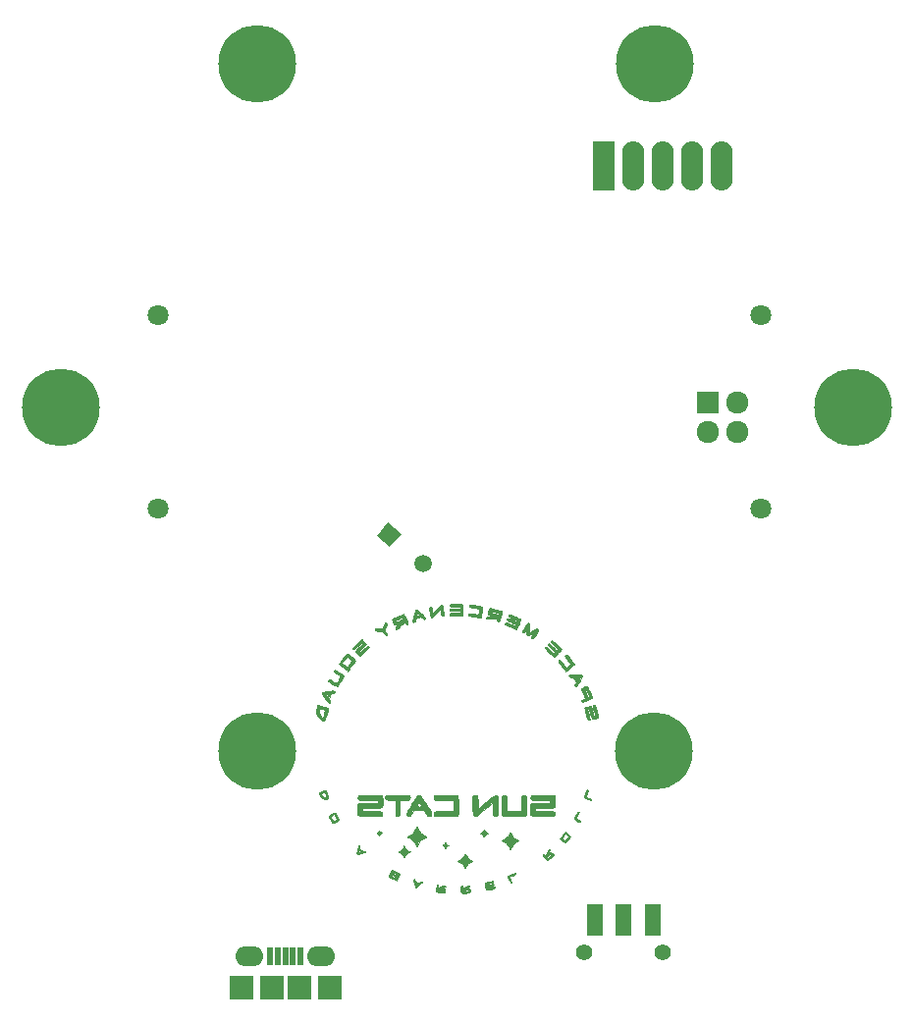
<source format=gbs>
G04 #@! TF.FileFunction,Soldermask,Bot*
%FSLAX46Y46*%
G04 Gerber Fmt 4.6, Leading zero omitted, Abs format (unit mm)*
G04 Created by KiCad (PCBNEW 4.0.2+dfsg1-stable) date Tue 23 Oct 2018 01:13:40 AM EDT*
%MOMM*%
G01*
G04 APERTURE LIST*
%ADD10C,0.100000*%
%ADD11C,0.010000*%
%ADD12R,0.590000X1.550000*%
%ADD13R,2.100000X2.100000*%
%ADD14O,2.450000X1.700000*%
%ADD15C,1.800000*%
%ADD16C,6.700000*%
%ADD17R,1.927200X4.232000*%
%ADD18O,1.927200X4.232000*%
%ADD19C,1.400000*%
%ADD20R,1.400000X2.700000*%
%ADD21C,1.500000*%
%ADD22R,1.927200X1.927200*%
%ADD23O,1.927200X1.927200*%
G04 APERTURE END LIST*
D10*
D11*
G36*
X77306872Y-117438158D02*
X77225745Y-117467122D01*
X77116590Y-117514104D01*
X77057587Y-117541875D01*
X76939332Y-117597590D01*
X76842004Y-117640718D01*
X76780138Y-117664942D01*
X76767389Y-117668000D01*
X76746751Y-117640400D01*
X76738003Y-117573904D01*
X76738000Y-117572750D01*
X76728022Y-117503029D01*
X76690892Y-117478482D01*
X76674500Y-117477500D01*
X76642469Y-117482931D01*
X76623507Y-117507867D01*
X76614291Y-117565273D01*
X76611499Y-117668113D01*
X76611434Y-117723562D01*
X76612637Y-117886218D01*
X76620598Y-117995702D01*
X76642866Y-118062338D01*
X76686989Y-118096451D01*
X76760515Y-118108363D01*
X76870993Y-118108399D01*
X76892516Y-118107994D01*
X77031182Y-118103119D01*
X77163305Y-118094637D01*
X77260653Y-118084366D01*
X77261875Y-118084182D01*
X77344220Y-118066514D01*
X77382926Y-118035035D01*
X77397703Y-117971528D01*
X77399152Y-117957294D01*
X77401136Y-117890250D01*
X77246000Y-117890250D01*
X77240376Y-117922716D01*
X77214731Y-117941766D01*
X77155905Y-117950907D01*
X77050740Y-117953650D01*
X77007875Y-117953750D01*
X76878928Y-117950690D01*
X76803581Y-117940342D01*
X76772174Y-117920955D01*
X76769750Y-117910547D01*
X76800921Y-117877847D01*
X76892991Y-117853431D01*
X76936438Y-117847323D01*
X77079132Y-117831921D01*
X77170267Y-117828110D01*
X77220985Y-117837435D01*
X77242428Y-117861441D01*
X77246000Y-117890250D01*
X77401136Y-117890250D01*
X77402939Y-117829382D01*
X77379793Y-117750302D01*
X77322705Y-117708592D01*
X77237914Y-117693630D01*
X77103125Y-117683875D01*
X77238063Y-117611792D01*
X77330641Y-117549059D01*
X77372093Y-117490207D01*
X77358270Y-117442142D01*
X77345699Y-117432624D01*
X77306872Y-117438158D01*
X77306872Y-117438158D01*
G37*
X77306872Y-117438158D02*
X77225745Y-117467122D01*
X77116590Y-117514104D01*
X77057587Y-117541875D01*
X76939332Y-117597590D01*
X76842004Y-117640718D01*
X76780138Y-117664942D01*
X76767389Y-117668000D01*
X76746751Y-117640400D01*
X76738003Y-117573904D01*
X76738000Y-117572750D01*
X76728022Y-117503029D01*
X76690892Y-117478482D01*
X76674500Y-117477500D01*
X76642469Y-117482931D01*
X76623507Y-117507867D01*
X76614291Y-117565273D01*
X76611499Y-117668113D01*
X76611434Y-117723562D01*
X76612637Y-117886218D01*
X76620598Y-117995702D01*
X76642866Y-118062338D01*
X76686989Y-118096451D01*
X76760515Y-118108363D01*
X76870993Y-118108399D01*
X76892516Y-118107994D01*
X77031182Y-118103119D01*
X77163305Y-118094637D01*
X77260653Y-118084366D01*
X77261875Y-118084182D01*
X77344220Y-118066514D01*
X77382926Y-118035035D01*
X77397703Y-117971528D01*
X77399152Y-117957294D01*
X77401136Y-117890250D01*
X77246000Y-117890250D01*
X77240376Y-117922716D01*
X77214731Y-117941766D01*
X77155905Y-117950907D01*
X77050740Y-117953650D01*
X77007875Y-117953750D01*
X76878928Y-117950690D01*
X76803581Y-117940342D01*
X76772174Y-117920955D01*
X76769750Y-117910547D01*
X76800921Y-117877847D01*
X76892991Y-117853431D01*
X76936438Y-117847323D01*
X77079132Y-117831921D01*
X77170267Y-117828110D01*
X77220985Y-117837435D01*
X77242428Y-117861441D01*
X77246000Y-117890250D01*
X77401136Y-117890250D01*
X77402939Y-117829382D01*
X77379793Y-117750302D01*
X77322705Y-117708592D01*
X77237914Y-117693630D01*
X77103125Y-117683875D01*
X77238063Y-117611792D01*
X77330641Y-117549059D01*
X77372093Y-117490207D01*
X77358270Y-117442142D01*
X77345699Y-117432624D01*
X77306872Y-117438158D01*
G36*
X74554912Y-117389795D02*
X74536832Y-117438334D01*
X74517713Y-117530113D01*
X74499847Y-117646495D01*
X74485523Y-117768840D01*
X74477033Y-117878511D01*
X74476668Y-117956868D01*
X74482063Y-117982495D01*
X74519460Y-117998563D01*
X74604794Y-118017897D01*
X74722832Y-118037328D01*
X74785375Y-118045604D01*
X74957962Y-118065688D01*
X75078034Y-118076656D01*
X75155873Y-118078835D01*
X75201758Y-118072552D01*
X75224584Y-118059583D01*
X75236574Y-118018163D01*
X75244245Y-117935124D01*
X75245514Y-117882084D01*
X75107212Y-117882084D01*
X75103304Y-117889557D01*
X75067056Y-117909449D01*
X74986405Y-117914530D01*
X74853174Y-117905423D01*
X74740524Y-117893074D01*
X74655688Y-117881393D01*
X74615609Y-117872744D01*
X74614766Y-117872185D01*
X74614337Y-117837690D01*
X74623192Y-117808373D01*
X74655183Y-117772795D01*
X74721683Y-117771547D01*
X74742208Y-117775254D01*
X74850781Y-117790301D01*
X74940157Y-117795486D01*
X75039343Y-117807571D01*
X75098646Y-117838523D01*
X75107212Y-117882084D01*
X75245514Y-117882084D01*
X75245750Y-117872237D01*
X75243776Y-117775011D01*
X75230194Y-117722473D01*
X75193516Y-117695812D01*
X75126688Y-117677288D01*
X75007625Y-117648518D01*
X75150500Y-117602696D01*
X75242307Y-117563559D01*
X75289770Y-117522296D01*
X75293375Y-117509250D01*
X75265554Y-117472672D01*
X75181983Y-117465592D01*
X75042499Y-117488017D01*
X74870571Y-117532982D01*
X74638267Y-117600805D01*
X74657670Y-117512461D01*
X74658327Y-117436237D01*
X74631993Y-117382703D01*
X74590744Y-117366275D01*
X74554912Y-117389795D01*
X74554912Y-117389795D01*
G37*
X74554912Y-117389795D02*
X74536832Y-117438334D01*
X74517713Y-117530113D01*
X74499847Y-117646495D01*
X74485523Y-117768840D01*
X74477033Y-117878511D01*
X74476668Y-117956868D01*
X74482063Y-117982495D01*
X74519460Y-117998563D01*
X74604794Y-118017897D01*
X74722832Y-118037328D01*
X74785375Y-118045604D01*
X74957962Y-118065688D01*
X75078034Y-118076656D01*
X75155873Y-118078835D01*
X75201758Y-118072552D01*
X75224584Y-118059583D01*
X75236574Y-118018163D01*
X75244245Y-117935124D01*
X75245514Y-117882084D01*
X75107212Y-117882084D01*
X75103304Y-117889557D01*
X75067056Y-117909449D01*
X74986405Y-117914530D01*
X74853174Y-117905423D01*
X74740524Y-117893074D01*
X74655688Y-117881393D01*
X74615609Y-117872744D01*
X74614766Y-117872185D01*
X74614337Y-117837690D01*
X74623192Y-117808373D01*
X74655183Y-117772795D01*
X74721683Y-117771547D01*
X74742208Y-117775254D01*
X74850781Y-117790301D01*
X74940157Y-117795486D01*
X75039343Y-117807571D01*
X75098646Y-117838523D01*
X75107212Y-117882084D01*
X75245514Y-117882084D01*
X75245750Y-117872237D01*
X75243776Y-117775011D01*
X75230194Y-117722473D01*
X75193516Y-117695812D01*
X75126688Y-117677288D01*
X75007625Y-117648518D01*
X75150500Y-117602696D01*
X75242307Y-117563559D01*
X75289770Y-117522296D01*
X75293375Y-117509250D01*
X75265554Y-117472672D01*
X75181983Y-117465592D01*
X75042499Y-117488017D01*
X74870571Y-117532982D01*
X74638267Y-117600805D01*
X74657670Y-117512461D01*
X74658327Y-117436237D01*
X74631993Y-117382703D01*
X74590744Y-117366275D01*
X74554912Y-117389795D01*
G36*
X79302660Y-117071406D02*
X79194873Y-117092932D01*
X79107958Y-117114297D01*
X78937186Y-117157838D01*
X78818466Y-117189447D01*
X78742340Y-117212951D01*
X78699348Y-117232180D01*
X78680029Y-117250962D01*
X78674925Y-117273126D01*
X78674750Y-117289636D01*
X78683076Y-117366556D01*
X78704587Y-117474011D01*
X78734087Y-117592408D01*
X78766381Y-117702150D01*
X78796272Y-117783645D01*
X78813904Y-117814359D01*
X78850639Y-117826458D01*
X78925224Y-117821396D01*
X79045611Y-117798111D01*
X79182642Y-117765039D01*
X79349179Y-117719326D01*
X79458142Y-117680808D01*
X79514776Y-117647412D01*
X79525713Y-117629577D01*
X79525876Y-117586934D01*
X79499528Y-117565470D01*
X79437315Y-117564436D01*
X79329880Y-117583084D01*
X79229429Y-117605862D01*
X79082719Y-117639811D01*
X78986860Y-117658701D01*
X78931137Y-117663022D01*
X78904834Y-117653260D01*
X78897236Y-117629902D01*
X78897000Y-117620979D01*
X78924336Y-117580705D01*
X78984313Y-117554216D01*
X79181210Y-117507746D01*
X79321564Y-117469242D01*
X79411420Y-117435945D01*
X79456824Y-117405094D01*
X79463820Y-117373931D01*
X79443541Y-117344590D01*
X79408081Y-117328139D01*
X79343007Y-117328831D01*
X79236086Y-117347535D01*
X79159379Y-117364787D01*
X79038033Y-117393943D01*
X78938616Y-117419064D01*
X78879130Y-117435572D01*
X78873188Y-117437593D01*
X78840616Y-117425134D01*
X78833500Y-117390699D01*
X78847204Y-117350340D01*
X78897114Y-117320167D01*
X78996426Y-117292403D01*
X79002730Y-117290982D01*
X79169238Y-117252439D01*
X79283013Y-117221953D01*
X79353680Y-117195594D01*
X79390864Y-117169434D01*
X79404190Y-117139543D01*
X79405000Y-117126757D01*
X79397153Y-117087875D01*
X79366563Y-117069573D01*
X79302660Y-117071406D01*
X79302660Y-117071406D01*
G37*
X79302660Y-117071406D02*
X79194873Y-117092932D01*
X79107958Y-117114297D01*
X78937186Y-117157838D01*
X78818466Y-117189447D01*
X78742340Y-117212951D01*
X78699348Y-117232180D01*
X78680029Y-117250962D01*
X78674925Y-117273126D01*
X78674750Y-117289636D01*
X78683076Y-117366556D01*
X78704587Y-117474011D01*
X78734087Y-117592408D01*
X78766381Y-117702150D01*
X78796272Y-117783645D01*
X78813904Y-117814359D01*
X78850639Y-117826458D01*
X78925224Y-117821396D01*
X79045611Y-117798111D01*
X79182642Y-117765039D01*
X79349179Y-117719326D01*
X79458142Y-117680808D01*
X79514776Y-117647412D01*
X79525713Y-117629577D01*
X79525876Y-117586934D01*
X79499528Y-117565470D01*
X79437315Y-117564436D01*
X79329880Y-117583084D01*
X79229429Y-117605862D01*
X79082719Y-117639811D01*
X78986860Y-117658701D01*
X78931137Y-117663022D01*
X78904834Y-117653260D01*
X78897236Y-117629902D01*
X78897000Y-117620979D01*
X78924336Y-117580705D01*
X78984313Y-117554216D01*
X79181210Y-117507746D01*
X79321564Y-117469242D01*
X79411420Y-117435945D01*
X79456824Y-117405094D01*
X79463820Y-117373931D01*
X79443541Y-117344590D01*
X79408081Y-117328139D01*
X79343007Y-117328831D01*
X79236086Y-117347535D01*
X79159379Y-117364787D01*
X79038033Y-117393943D01*
X78938616Y-117419064D01*
X78879130Y-117435572D01*
X78873188Y-117437593D01*
X78840616Y-117425134D01*
X78833500Y-117390699D01*
X78847204Y-117350340D01*
X78897114Y-117320167D01*
X78996426Y-117292403D01*
X79002730Y-117290982D01*
X79169238Y-117252439D01*
X79283013Y-117221953D01*
X79353680Y-117195594D01*
X79390864Y-117169434D01*
X79404190Y-117139543D01*
X79405000Y-117126757D01*
X79397153Y-117087875D01*
X79366563Y-117069573D01*
X79302660Y-117071406D01*
G36*
X72550232Y-116931203D02*
X72537399Y-117002816D01*
X72538194Y-117018356D01*
X72553688Y-117124665D01*
X72582941Y-117249663D01*
X72620821Y-117377864D01*
X72662194Y-117493779D01*
X72701926Y-117581921D01*
X72734885Y-117626803D01*
X72740705Y-117629331D01*
X72784183Y-117612763D01*
X72860988Y-117560010D01*
X72959454Y-117479695D01*
X73034392Y-117412280D01*
X73113422Y-117336375D01*
X72889496Y-117336375D01*
X72858150Y-117375900D01*
X72806109Y-117410706D01*
X72773188Y-117402378D01*
X72769250Y-117384846D01*
X72758777Y-117330963D01*
X72751533Y-117309522D01*
X72752853Y-117277910D01*
X72800743Y-117276360D01*
X72815033Y-117278876D01*
X72882111Y-117301264D01*
X72889496Y-117336375D01*
X73113422Y-117336375D01*
X73134860Y-117315785D01*
X73215075Y-117233664D01*
X73265238Y-117176263D01*
X73277250Y-117155867D01*
X73254014Y-117115533D01*
X73198162Y-117109404D01*
X73130487Y-117137327D01*
X73105697Y-117157114D01*
X73056848Y-117196889D01*
X73009192Y-117210197D01*
X72938632Y-117200001D01*
X72879434Y-117184944D01*
X72782071Y-117152856D01*
X72725179Y-117111221D01*
X72686304Y-117041986D01*
X72678920Y-117023760D01*
X72632718Y-116942125D01*
X72585913Y-116911122D01*
X72550232Y-116931203D01*
X72550232Y-116931203D01*
G37*
X72550232Y-116931203D02*
X72537399Y-117002816D01*
X72538194Y-117018356D01*
X72553688Y-117124665D01*
X72582941Y-117249663D01*
X72620821Y-117377864D01*
X72662194Y-117493779D01*
X72701926Y-117581921D01*
X72734885Y-117626803D01*
X72740705Y-117629331D01*
X72784183Y-117612763D01*
X72860988Y-117560010D01*
X72959454Y-117479695D01*
X73034392Y-117412280D01*
X73113422Y-117336375D01*
X72889496Y-117336375D01*
X72858150Y-117375900D01*
X72806109Y-117410706D01*
X72773188Y-117402378D01*
X72769250Y-117384846D01*
X72758777Y-117330963D01*
X72751533Y-117309522D01*
X72752853Y-117277910D01*
X72800743Y-117276360D01*
X72815033Y-117278876D01*
X72882111Y-117301264D01*
X72889496Y-117336375D01*
X73113422Y-117336375D01*
X73134860Y-117315785D01*
X73215075Y-117233664D01*
X73265238Y-117176263D01*
X73277250Y-117155867D01*
X73254014Y-117115533D01*
X73198162Y-117109404D01*
X73130487Y-117137327D01*
X73105697Y-117157114D01*
X73056848Y-117196889D01*
X73009192Y-117210197D01*
X72938632Y-117200001D01*
X72879434Y-117184944D01*
X72782071Y-117152856D01*
X72725179Y-117111221D01*
X72686304Y-117041986D01*
X72678920Y-117023760D01*
X72632718Y-116942125D01*
X72585913Y-116911122D01*
X72550232Y-116931203D01*
G36*
X81235284Y-116378567D02*
X81144901Y-116410901D01*
X81029978Y-116456322D01*
X80906995Y-116507903D01*
X80792433Y-116558716D01*
X80702771Y-116601830D01*
X80654490Y-116630320D01*
X80652771Y-116631895D01*
X80656248Y-116667551D01*
X80681917Y-116746884D01*
X80724986Y-116856090D01*
X80753375Y-116921688D01*
X80818817Y-117059841D01*
X80869686Y-117145322D01*
X80911104Y-117185829D01*
X80933105Y-117191750D01*
X80982320Y-117172099D01*
X80992500Y-117147277D01*
X80979756Y-117095763D01*
X80946819Y-117008860D01*
X80913436Y-116932965D01*
X80870649Y-116835432D01*
X80841811Y-116758946D01*
X80834061Y-116727271D01*
X80861317Y-116699812D01*
X80934354Y-116657240D01*
X81039619Y-116607074D01*
X81087750Y-116586549D01*
X81222465Y-116526626D01*
X81303634Y-116479055D01*
X81338840Y-116438984D01*
X81341750Y-116423965D01*
X81316508Y-116374705D01*
X81284647Y-116366250D01*
X81235284Y-116378567D01*
X81235284Y-116378567D01*
G37*
X81235284Y-116378567D02*
X81144901Y-116410901D01*
X81029978Y-116456322D01*
X80906995Y-116507903D01*
X80792433Y-116558716D01*
X80702771Y-116601830D01*
X80654490Y-116630320D01*
X80652771Y-116631895D01*
X80656248Y-116667551D01*
X80681917Y-116746884D01*
X80724986Y-116856090D01*
X80753375Y-116921688D01*
X80818817Y-117059841D01*
X80869686Y-117145322D01*
X80911104Y-117185829D01*
X80933105Y-117191750D01*
X80982320Y-117172099D01*
X80992500Y-117147277D01*
X80979756Y-117095763D01*
X80946819Y-117008860D01*
X80913436Y-116932965D01*
X80870649Y-116835432D01*
X80841811Y-116758946D01*
X80834061Y-116727271D01*
X80861317Y-116699812D01*
X80934354Y-116657240D01*
X81039619Y-116607074D01*
X81087750Y-116586549D01*
X81222465Y-116526626D01*
X81303634Y-116479055D01*
X81338840Y-116438984D01*
X81341750Y-116423965D01*
X81316508Y-116374705D01*
X81284647Y-116366250D01*
X81235284Y-116378567D01*
G36*
X70666976Y-116113595D02*
X70649962Y-116146658D01*
X70611832Y-116223754D01*
X70559064Y-116331727D01*
X70523102Y-116405798D01*
X70388601Y-116683472D01*
X70705224Y-116842361D01*
X70835350Y-116906316D01*
X70945544Y-116957966D01*
X71022961Y-116991450D01*
X71053358Y-117001250D01*
X71088038Y-116975821D01*
X71129934Y-116913963D01*
X71133310Y-116907576D01*
X71167694Y-116821736D01*
X71180811Y-116753695D01*
X71052027Y-116753695D01*
X71036740Y-116786314D01*
X71033584Y-116789583D01*
X71014873Y-116803897D01*
X70989009Y-116804868D01*
X70942764Y-116788171D01*
X70862907Y-116749479D01*
X70778041Y-116706021D01*
X70672551Y-116647895D01*
X70617356Y-116605978D01*
X70603881Y-116572681D01*
X70609934Y-116557172D01*
X70633290Y-116536388D01*
X70673953Y-116537678D01*
X70745035Y-116564101D01*
X70846956Y-116612439D01*
X70964490Y-116673738D01*
X71030395Y-116718496D01*
X71052027Y-116753695D01*
X71180811Y-116753695D01*
X71181750Y-116748826D01*
X71194427Y-116696378D01*
X71212685Y-116683750D01*
X71245757Y-116658082D01*
X71287375Y-116597161D01*
X71315428Y-116541332D01*
X71150000Y-116541332D01*
X71141147Y-116575487D01*
X71108069Y-116584526D01*
X71040988Y-116567065D01*
X70930126Y-116521717D01*
X70892033Y-116504789D01*
X70770904Y-116440601D01*
X70711573Y-116384691D01*
X70714446Y-116337541D01*
X70735989Y-116319404D01*
X70781668Y-116321820D01*
X70860862Y-116350848D01*
X70955415Y-116396756D01*
X71047172Y-116449812D01*
X71117979Y-116500285D01*
X71149680Y-116538443D01*
X71150000Y-116541332D01*
X71315428Y-116541332D01*
X71323579Y-116525111D01*
X71340409Y-116466056D01*
X71340500Y-116462886D01*
X71314457Y-116438440D01*
X71245244Y-116394583D01*
X71146234Y-116338251D01*
X71030801Y-116276380D01*
X70912319Y-116215906D01*
X70804162Y-116163763D01*
X70719704Y-116126888D01*
X70672318Y-116112217D01*
X70666976Y-116113595D01*
X70666976Y-116113595D01*
G37*
X70666976Y-116113595D02*
X70649962Y-116146658D01*
X70611832Y-116223754D01*
X70559064Y-116331727D01*
X70523102Y-116405798D01*
X70388601Y-116683472D01*
X70705224Y-116842361D01*
X70835350Y-116906316D01*
X70945544Y-116957966D01*
X71022961Y-116991450D01*
X71053358Y-117001250D01*
X71088038Y-116975821D01*
X71129934Y-116913963D01*
X71133310Y-116907576D01*
X71167694Y-116821736D01*
X71180811Y-116753695D01*
X71052027Y-116753695D01*
X71036740Y-116786314D01*
X71033584Y-116789583D01*
X71014873Y-116803897D01*
X70989009Y-116804868D01*
X70942764Y-116788171D01*
X70862907Y-116749479D01*
X70778041Y-116706021D01*
X70672551Y-116647895D01*
X70617356Y-116605978D01*
X70603881Y-116572681D01*
X70609934Y-116557172D01*
X70633290Y-116536388D01*
X70673953Y-116537678D01*
X70745035Y-116564101D01*
X70846956Y-116612439D01*
X70964490Y-116673738D01*
X71030395Y-116718496D01*
X71052027Y-116753695D01*
X71180811Y-116753695D01*
X71181750Y-116748826D01*
X71194427Y-116696378D01*
X71212685Y-116683750D01*
X71245757Y-116658082D01*
X71287375Y-116597161D01*
X71315428Y-116541332D01*
X71150000Y-116541332D01*
X71141147Y-116575487D01*
X71108069Y-116584526D01*
X71040988Y-116567065D01*
X70930126Y-116521717D01*
X70892033Y-116504789D01*
X70770904Y-116440601D01*
X70711573Y-116384691D01*
X70714446Y-116337541D01*
X70735989Y-116319404D01*
X70781668Y-116321820D01*
X70860862Y-116350848D01*
X70955415Y-116396756D01*
X71047172Y-116449812D01*
X71117979Y-116500285D01*
X71149680Y-116538443D01*
X71150000Y-116541332D01*
X71315428Y-116541332D01*
X71323579Y-116525111D01*
X71340409Y-116466056D01*
X71340500Y-116462886D01*
X71314457Y-116438440D01*
X71245244Y-116394583D01*
X71146234Y-116338251D01*
X71030801Y-116276380D01*
X70912319Y-116215906D01*
X70804162Y-116163763D01*
X70719704Y-116126888D01*
X70672318Y-116112217D01*
X70666976Y-116113595D01*
G36*
X76934646Y-114742341D02*
X76902783Y-114809536D01*
X76895381Y-114830524D01*
X76826085Y-114965024D01*
X76715814Y-115098198D01*
X76584033Y-115209249D01*
X76491938Y-115261572D01*
X76412037Y-115301849D01*
X76363638Y-115335524D01*
X76357000Y-115346076D01*
X76383489Y-115371624D01*
X76451709Y-115411392D01*
X76515464Y-115442297D01*
X76674091Y-115541662D01*
X76805416Y-115677111D01*
X76892393Y-115830550D01*
X76899088Y-115849457D01*
X76939780Y-115928999D01*
X76983943Y-115948807D01*
X77022929Y-115908564D01*
X77040409Y-115854681D01*
X77087915Y-115747344D01*
X77176611Y-115631721D01*
X77289831Y-115525698D01*
X77410908Y-115447164D01*
X77427248Y-115439509D01*
X77511296Y-115397929D01*
X77568098Y-115361936D01*
X77578811Y-115351163D01*
X77562809Y-115323442D01*
X77502475Y-115283347D01*
X77445188Y-115255115D01*
X77272284Y-115156912D01*
X77146589Y-115030649D01*
X77056922Y-114870267D01*
X77014726Y-114783554D01*
X76977960Y-114727294D01*
X76961830Y-114715250D01*
X76934646Y-114742341D01*
X76934646Y-114742341D01*
G37*
X76934646Y-114742341D02*
X76902783Y-114809536D01*
X76895381Y-114830524D01*
X76826085Y-114965024D01*
X76715814Y-115098198D01*
X76584033Y-115209249D01*
X76491938Y-115261572D01*
X76412037Y-115301849D01*
X76363638Y-115335524D01*
X76357000Y-115346076D01*
X76383489Y-115371624D01*
X76451709Y-115411392D01*
X76515464Y-115442297D01*
X76674091Y-115541662D01*
X76805416Y-115677111D01*
X76892393Y-115830550D01*
X76899088Y-115849457D01*
X76939780Y-115928999D01*
X76983943Y-115948807D01*
X77022929Y-115908564D01*
X77040409Y-115854681D01*
X77087915Y-115747344D01*
X77176611Y-115631721D01*
X77289831Y-115525698D01*
X77410908Y-115447164D01*
X77427248Y-115439509D01*
X77511296Y-115397929D01*
X77568098Y-115361936D01*
X77578811Y-115351163D01*
X77562809Y-115323442D01*
X77502475Y-115283347D01*
X77445188Y-115255115D01*
X77272284Y-115156912D01*
X77146589Y-115030649D01*
X77056922Y-114870267D01*
X77014726Y-114783554D01*
X76977960Y-114727294D01*
X76961830Y-114715250D01*
X76934646Y-114742341D01*
G36*
X84192195Y-114364797D02*
X84152496Y-114411221D01*
X84101127Y-114499562D01*
X84031479Y-114637708D01*
X84025909Y-114649117D01*
X83901079Y-114905149D01*
X83829530Y-114837932D01*
X83763818Y-114795600D01*
X83707498Y-114788525D01*
X83676930Y-114813523D01*
X83687462Y-114865591D01*
X83730407Y-114927996D01*
X83798659Y-115010947D01*
X83879790Y-115101238D01*
X83961378Y-115185660D01*
X84030996Y-115251006D01*
X84076219Y-115284068D01*
X84082728Y-115285745D01*
X84121002Y-115265398D01*
X84194144Y-115211412D01*
X84290161Y-115132997D01*
X84358000Y-115074313D01*
X84460211Y-114980534D01*
X84542829Y-114898215D01*
X84594887Y-114838648D01*
X84607038Y-114817961D01*
X84595541Y-114780743D01*
X84432423Y-114780743D01*
X84420298Y-114815991D01*
X84371363Y-114870699D01*
X84290611Y-114944893D01*
X84170349Y-115040674D01*
X84084850Y-115083458D01*
X84033977Y-115073298D01*
X84021547Y-115048625D01*
X84039979Y-115014096D01*
X84096331Y-114952416D01*
X84178969Y-114876140D01*
X84190514Y-114866250D01*
X84286595Y-114788299D01*
X84349292Y-114748843D01*
X84390559Y-114741915D01*
X84414584Y-114754435D01*
X84432423Y-114780743D01*
X84595541Y-114780743D01*
X84592324Y-114770331D01*
X84544586Y-114701784D01*
X84480505Y-114630920D01*
X84416760Y-114576341D01*
X84372568Y-114556500D01*
X84325736Y-114578052D01*
X84278625Y-114620000D01*
X84220390Y-114674291D01*
X84194249Y-114675602D01*
X84201453Y-114626456D01*
X84238545Y-114538968D01*
X84278092Y-114450291D01*
X84288120Y-114400012D01*
X84270970Y-114371599D01*
X84263009Y-114366159D01*
X84226830Y-114352405D01*
X84192195Y-114364797D01*
X84192195Y-114364797D01*
G37*
X84192195Y-114364797D02*
X84152496Y-114411221D01*
X84101127Y-114499562D01*
X84031479Y-114637708D01*
X84025909Y-114649117D01*
X83901079Y-114905149D01*
X83829530Y-114837932D01*
X83763818Y-114795600D01*
X83707498Y-114788525D01*
X83676930Y-114813523D01*
X83687462Y-114865591D01*
X83730407Y-114927996D01*
X83798659Y-115010947D01*
X83879790Y-115101238D01*
X83961378Y-115185660D01*
X84030996Y-115251006D01*
X84076219Y-115284068D01*
X84082728Y-115285745D01*
X84121002Y-115265398D01*
X84194144Y-115211412D01*
X84290161Y-115132997D01*
X84358000Y-115074313D01*
X84460211Y-114980534D01*
X84542829Y-114898215D01*
X84594887Y-114838648D01*
X84607038Y-114817961D01*
X84595541Y-114780743D01*
X84432423Y-114780743D01*
X84420298Y-114815991D01*
X84371363Y-114870699D01*
X84290611Y-114944893D01*
X84170349Y-115040674D01*
X84084850Y-115083458D01*
X84033977Y-115073298D01*
X84021547Y-115048625D01*
X84039979Y-115014096D01*
X84096331Y-114952416D01*
X84178969Y-114876140D01*
X84190514Y-114866250D01*
X84286595Y-114788299D01*
X84349292Y-114748843D01*
X84390559Y-114741915D01*
X84414584Y-114754435D01*
X84432423Y-114780743D01*
X84595541Y-114780743D01*
X84592324Y-114770331D01*
X84544586Y-114701784D01*
X84480505Y-114630920D01*
X84416760Y-114576341D01*
X84372568Y-114556500D01*
X84325736Y-114578052D01*
X84278625Y-114620000D01*
X84220390Y-114674291D01*
X84194249Y-114675602D01*
X84201453Y-114626456D01*
X84238545Y-114538968D01*
X84278092Y-114450291D01*
X84288120Y-114400012D01*
X84270970Y-114371599D01*
X84263009Y-114366159D01*
X84226830Y-114352405D01*
X84192195Y-114364797D01*
G36*
X71690006Y-114040170D02*
X71660123Y-114091876D01*
X71635161Y-114146875D01*
X71555890Y-114278327D01*
X71449908Y-114390097D01*
X71335131Y-114464843D01*
X71290428Y-114480576D01*
X71226094Y-114508401D01*
X71224702Y-114543498D01*
X71286162Y-114585455D01*
X71316688Y-114599253D01*
X71409852Y-114652421D01*
X71501698Y-114724994D01*
X71511633Y-114734617D01*
X71584585Y-114823085D01*
X71642051Y-114918517D01*
X71646997Y-114929562D01*
X71690025Y-115009055D01*
X71727645Y-115025600D01*
X71763304Y-114979129D01*
X71783272Y-114926862D01*
X71859433Y-114792311D01*
X71991477Y-114670891D01*
X72116891Y-114595760D01*
X72242407Y-114532624D01*
X72104499Y-114462269D01*
X72006033Y-114401155D01*
X71910911Y-114324341D01*
X71833970Y-114245927D01*
X71790045Y-114180012D01*
X71785000Y-114158617D01*
X71767708Y-114107506D01*
X71741454Y-114064582D01*
X71713470Y-114033895D01*
X71690006Y-114040170D01*
X71690006Y-114040170D01*
G37*
X71690006Y-114040170D02*
X71660123Y-114091876D01*
X71635161Y-114146875D01*
X71555890Y-114278327D01*
X71449908Y-114390097D01*
X71335131Y-114464843D01*
X71290428Y-114480576D01*
X71226094Y-114508401D01*
X71224702Y-114543498D01*
X71286162Y-114585455D01*
X71316688Y-114599253D01*
X71409852Y-114652421D01*
X71501698Y-114724994D01*
X71511633Y-114734617D01*
X71584585Y-114823085D01*
X71642051Y-114918517D01*
X71646997Y-114929562D01*
X71690025Y-115009055D01*
X71727645Y-115025600D01*
X71763304Y-114979129D01*
X71783272Y-114926862D01*
X71859433Y-114792311D01*
X71991477Y-114670891D01*
X72116891Y-114595760D01*
X72242407Y-114532624D01*
X72104499Y-114462269D01*
X72006033Y-114401155D01*
X71910911Y-114324341D01*
X71833970Y-114245927D01*
X71790045Y-114180012D01*
X71785000Y-114158617D01*
X71767708Y-114107506D01*
X71741454Y-114064582D01*
X71713470Y-114033895D01*
X71690006Y-114040170D01*
G36*
X67794729Y-114027687D02*
X67776169Y-114069984D01*
X67750622Y-114157952D01*
X67721751Y-114274755D01*
X67693218Y-114403554D01*
X67668683Y-114527512D01*
X67651807Y-114629791D01*
X67646253Y-114693552D01*
X67647713Y-114703789D01*
X67671281Y-114731845D01*
X67719707Y-114741722D01*
X67801989Y-114732524D01*
X67927124Y-114703356D01*
X68078188Y-114660941D01*
X68213377Y-114619077D01*
X68297496Y-114585892D01*
X68341341Y-114555769D01*
X68355711Y-114523087D01*
X68355989Y-114516632D01*
X67967003Y-114516632D01*
X67949698Y-114547107D01*
X67905393Y-114561989D01*
X67842370Y-114552876D01*
X67821623Y-114514086D01*
X67822144Y-114455189D01*
X67831083Y-114435834D01*
X67870257Y-114434092D01*
X67923564Y-114463582D01*
X67963253Y-114507808D01*
X67967003Y-114516632D01*
X68355989Y-114516632D01*
X68356000Y-114516398D01*
X68348063Y-114476359D01*
X68312684Y-114463963D01*
X68235440Y-114472412D01*
X68152236Y-114478156D01*
X68084338Y-114457136D01*
X68003753Y-114400037D01*
X67994057Y-114392097D01*
X67921752Y-114327403D01*
X67889755Y-114275576D01*
X67886963Y-114212213D01*
X67892870Y-114169699D01*
X67899858Y-114082962D01*
X67882027Y-114039022D01*
X67863010Y-114027899D01*
X67810146Y-114020967D01*
X67794729Y-114027687D01*
X67794729Y-114027687D01*
G37*
X67794729Y-114027687D02*
X67776169Y-114069984D01*
X67750622Y-114157952D01*
X67721751Y-114274755D01*
X67693218Y-114403554D01*
X67668683Y-114527512D01*
X67651807Y-114629791D01*
X67646253Y-114693552D01*
X67647713Y-114703789D01*
X67671281Y-114731845D01*
X67719707Y-114741722D01*
X67801989Y-114732524D01*
X67927124Y-114703356D01*
X68078188Y-114660941D01*
X68213377Y-114619077D01*
X68297496Y-114585892D01*
X68341341Y-114555769D01*
X68355711Y-114523087D01*
X68355989Y-114516632D01*
X67967003Y-114516632D01*
X67949698Y-114547107D01*
X67905393Y-114561989D01*
X67842370Y-114552876D01*
X67821623Y-114514086D01*
X67822144Y-114455189D01*
X67831083Y-114435834D01*
X67870257Y-114434092D01*
X67923564Y-114463582D01*
X67963253Y-114507808D01*
X67967003Y-114516632D01*
X68355989Y-114516632D01*
X68356000Y-114516398D01*
X68348063Y-114476359D01*
X68312684Y-114463963D01*
X68235440Y-114472412D01*
X68152236Y-114478156D01*
X68084338Y-114457136D01*
X68003753Y-114400037D01*
X67994057Y-114392097D01*
X67921752Y-114327403D01*
X67889755Y-114275576D01*
X67886963Y-114212213D01*
X67892870Y-114169699D01*
X67899858Y-114082962D01*
X67882027Y-114039022D01*
X67863010Y-114027899D01*
X67810146Y-114020967D01*
X67794729Y-114027687D01*
G36*
X80820544Y-112918694D02*
X80789240Y-112997759D01*
X80734594Y-113109628D01*
X80639213Y-113232683D01*
X80519327Y-113350054D01*
X80391167Y-113444872D01*
X80324711Y-113480542D01*
X80237291Y-113526150D01*
X80180021Y-113567724D01*
X80167000Y-113587942D01*
X80194047Y-113618393D01*
X80264212Y-113660578D01*
X80341818Y-113696522D01*
X80527125Y-113806444D01*
X80679316Y-113964006D01*
X80786815Y-114157117D01*
X80789638Y-114164404D01*
X80826428Y-114246133D01*
X80859485Y-114295674D01*
X80870942Y-114302500D01*
X80898506Y-114275793D01*
X80938010Y-114207400D01*
X80963788Y-114151687D01*
X81079049Y-113958061D01*
X81241301Y-113794850D01*
X81429063Y-113679891D01*
X81519082Y-113635144D01*
X81579606Y-113597027D01*
X81595750Y-113578492D01*
X81568819Y-113553281D01*
X81498991Y-113514793D01*
X81422647Y-113480437D01*
X81235240Y-113369981D01*
X81077056Y-113211214D01*
X80961021Y-113017198D01*
X80958524Y-113011430D01*
X80907296Y-112917268D01*
X80861354Y-112886360D01*
X80820544Y-112918694D01*
X80820544Y-112918694D01*
G37*
X80820544Y-112918694D02*
X80789240Y-112997759D01*
X80734594Y-113109628D01*
X80639213Y-113232683D01*
X80519327Y-113350054D01*
X80391167Y-113444872D01*
X80324711Y-113480542D01*
X80237291Y-113526150D01*
X80180021Y-113567724D01*
X80167000Y-113587942D01*
X80194047Y-113618393D01*
X80264212Y-113660578D01*
X80341818Y-113696522D01*
X80527125Y-113806444D01*
X80679316Y-113964006D01*
X80786815Y-114157117D01*
X80789638Y-114164404D01*
X80826428Y-114246133D01*
X80859485Y-114295674D01*
X80870942Y-114302500D01*
X80898506Y-114275793D01*
X80938010Y-114207400D01*
X80963788Y-114151687D01*
X81079049Y-113958061D01*
X81241301Y-113794850D01*
X81429063Y-113679891D01*
X81519082Y-113635144D01*
X81579606Y-113597027D01*
X81595750Y-113578492D01*
X81568819Y-113553281D01*
X81498991Y-113514793D01*
X81422647Y-113480437D01*
X81235240Y-113369981D01*
X81077056Y-113211214D01*
X80961021Y-113017198D01*
X80958524Y-113011430D01*
X80907296Y-112917268D01*
X80861354Y-112886360D01*
X80820544Y-112918694D01*
G36*
X75248406Y-113756286D02*
X75245750Y-113773090D01*
X75222240Y-113825710D01*
X75167068Y-113888098D01*
X75103271Y-113937772D01*
X75061142Y-113953250D01*
X75025746Y-113974224D01*
X75023500Y-113985000D01*
X75048787Y-114014094D01*
X75065591Y-114016750D01*
X75118211Y-114040260D01*
X75180599Y-114095432D01*
X75230273Y-114159229D01*
X75245750Y-114201358D01*
X75266725Y-114236754D01*
X75277500Y-114239000D01*
X75306595Y-114213713D01*
X75309250Y-114196909D01*
X75332761Y-114144289D01*
X75387933Y-114081901D01*
X75451730Y-114032227D01*
X75493859Y-114016750D01*
X75529255Y-113995775D01*
X75531500Y-113985000D01*
X75506214Y-113955905D01*
X75489410Y-113953250D01*
X75436790Y-113929739D01*
X75374402Y-113874567D01*
X75324728Y-113810770D01*
X75309250Y-113768641D01*
X75288276Y-113733245D01*
X75277500Y-113731000D01*
X75248406Y-113756286D01*
X75248406Y-113756286D01*
G37*
X75248406Y-113756286D02*
X75245750Y-113773090D01*
X75222240Y-113825710D01*
X75167068Y-113888098D01*
X75103271Y-113937772D01*
X75061142Y-113953250D01*
X75025746Y-113974224D01*
X75023500Y-113985000D01*
X75048787Y-114014094D01*
X75065591Y-114016750D01*
X75118211Y-114040260D01*
X75180599Y-114095432D01*
X75230273Y-114159229D01*
X75245750Y-114201358D01*
X75266725Y-114236754D01*
X75277500Y-114239000D01*
X75306595Y-114213713D01*
X75309250Y-114196909D01*
X75332761Y-114144289D01*
X75387933Y-114081901D01*
X75451730Y-114032227D01*
X75493859Y-114016750D01*
X75529255Y-113995775D01*
X75531500Y-113985000D01*
X75506214Y-113955905D01*
X75489410Y-113953250D01*
X75436790Y-113929739D01*
X75374402Y-113874567D01*
X75324728Y-113810770D01*
X75309250Y-113768641D01*
X75288276Y-113733245D01*
X75277500Y-113731000D01*
X75248406Y-113756286D01*
G36*
X72780306Y-112424442D02*
X72743251Y-112494624D01*
X72705338Y-112579891D01*
X72612256Y-112747873D01*
X72482810Y-112906026D01*
X72334470Y-113035645D01*
X72213625Y-113106363D01*
X72081211Y-113169463D01*
X72007900Y-113219017D01*
X71992327Y-113260855D01*
X72033123Y-113300802D01*
X72128920Y-113344687D01*
X72155332Y-113354739D01*
X72360771Y-113464812D01*
X72536621Y-113629127D01*
X72678706Y-113843732D01*
X72684938Y-113855888D01*
X72739921Y-113957681D01*
X72787769Y-114034226D01*
X72818788Y-114070135D01*
X72820321Y-114070815D01*
X72848476Y-114049842D01*
X72888740Y-113984568D01*
X72923197Y-113910443D01*
X73044372Y-113689890D01*
X73208307Y-113514773D01*
X73420556Y-113379171D01*
X73422637Y-113378144D01*
X73525649Y-113325341D01*
X73604086Y-113281221D01*
X73642269Y-113254651D01*
X73643204Y-113253408D01*
X73634090Y-113214744D01*
X73566191Y-113170748D01*
X73452347Y-113126961D01*
X73342652Y-113070433D01*
X73219358Y-112974763D01*
X73099139Y-112856625D01*
X72998672Y-112732695D01*
X72934632Y-112619648D01*
X72928789Y-112603403D01*
X72880260Y-112480364D01*
X72832474Y-112411053D01*
X72802955Y-112397500D01*
X72780306Y-112424442D01*
X72780306Y-112424442D01*
G37*
X72780306Y-112424442D02*
X72743251Y-112494624D01*
X72705338Y-112579891D01*
X72612256Y-112747873D01*
X72482810Y-112906026D01*
X72334470Y-113035645D01*
X72213625Y-113106363D01*
X72081211Y-113169463D01*
X72007900Y-113219017D01*
X71992327Y-113260855D01*
X72033123Y-113300802D01*
X72128920Y-113344687D01*
X72155332Y-113354739D01*
X72360771Y-113464812D01*
X72536621Y-113629127D01*
X72678706Y-113843732D01*
X72684938Y-113855888D01*
X72739921Y-113957681D01*
X72787769Y-114034226D01*
X72818788Y-114070135D01*
X72820321Y-114070815D01*
X72848476Y-114049842D01*
X72888740Y-113984568D01*
X72923197Y-113910443D01*
X73044372Y-113689890D01*
X73208307Y-113514773D01*
X73420556Y-113379171D01*
X73422637Y-113378144D01*
X73525649Y-113325341D01*
X73604086Y-113281221D01*
X73642269Y-113254651D01*
X73643204Y-113253408D01*
X73634090Y-113214744D01*
X73566191Y-113170748D01*
X73452347Y-113126961D01*
X73342652Y-113070433D01*
X73219358Y-112974763D01*
X73099139Y-112856625D01*
X72998672Y-112732695D01*
X72934632Y-112619648D01*
X72928789Y-112603403D01*
X72880260Y-112480364D01*
X72832474Y-112411053D01*
X72802955Y-112397500D01*
X72780306Y-112424442D01*
G36*
X85590249Y-112865458D02*
X85530113Y-112926346D01*
X85451783Y-113012739D01*
X85365693Y-113112360D01*
X85282278Y-113212930D01*
X85211972Y-113302169D01*
X85165209Y-113367799D01*
X85151750Y-113395440D01*
X85175580Y-113425651D01*
X85237688Y-113481075D01*
X85323998Y-113550985D01*
X85420438Y-113624657D01*
X85512932Y-113691363D01*
X85587407Y-113740378D01*
X85629790Y-113760975D01*
X85631512Y-113761070D01*
X85669249Y-113736824D01*
X85734449Y-113673061D01*
X85816276Y-113580912D01*
X85866125Y-113520052D01*
X85951105Y-113412107D01*
X86021947Y-113319937D01*
X86068557Y-113256783D01*
X86080146Y-113239322D01*
X86076111Y-113228304D01*
X85913796Y-113228304D01*
X85766806Y-113415399D01*
X85619815Y-113602495D01*
X85536595Y-113540240D01*
X85457035Y-113480079D01*
X85393221Y-113430947D01*
X85366558Y-113406412D01*
X85357621Y-113379419D01*
X85371353Y-113340409D01*
X85412699Y-113279824D01*
X85486600Y-113188106D01*
X85570386Y-113088374D01*
X85643875Y-113001374D01*
X85778836Y-113114839D01*
X85913796Y-113228304D01*
X86076111Y-113228304D01*
X86067165Y-113203877D01*
X86015347Y-113142751D01*
X85937579Y-113067105D01*
X85846746Y-112988097D01*
X85755734Y-112916886D01*
X85677428Y-112864631D01*
X85624714Y-112842490D01*
X85621757Y-112842355D01*
X85590249Y-112865458D01*
X85590249Y-112865458D01*
G37*
X85590249Y-112865458D02*
X85530113Y-112926346D01*
X85451783Y-113012739D01*
X85365693Y-113112360D01*
X85282278Y-113212930D01*
X85211972Y-113302169D01*
X85165209Y-113367799D01*
X85151750Y-113395440D01*
X85175580Y-113425651D01*
X85237688Y-113481075D01*
X85323998Y-113550985D01*
X85420438Y-113624657D01*
X85512932Y-113691363D01*
X85587407Y-113740378D01*
X85629790Y-113760975D01*
X85631512Y-113761070D01*
X85669249Y-113736824D01*
X85734449Y-113673061D01*
X85816276Y-113580912D01*
X85866125Y-113520052D01*
X85951105Y-113412107D01*
X86021947Y-113319937D01*
X86068557Y-113256783D01*
X86080146Y-113239322D01*
X86076111Y-113228304D01*
X85913796Y-113228304D01*
X85766806Y-113415399D01*
X85619815Y-113602495D01*
X85536595Y-113540240D01*
X85457035Y-113480079D01*
X85393221Y-113430947D01*
X85366558Y-113406412D01*
X85357621Y-113379419D01*
X85371353Y-113340409D01*
X85412699Y-113279824D01*
X85486600Y-113188106D01*
X85570386Y-113088374D01*
X85643875Y-113001374D01*
X85778836Y-113114839D01*
X85913796Y-113228304D01*
X86076111Y-113228304D01*
X86067165Y-113203877D01*
X86015347Y-113142751D01*
X85937579Y-113067105D01*
X85846746Y-112988097D01*
X85755734Y-112916886D01*
X85677428Y-112864631D01*
X85624714Y-112842490D01*
X85621757Y-112842355D01*
X85590249Y-112865458D01*
G36*
X78586609Y-112644790D02*
X78547106Y-112705141D01*
X78541117Y-112715502D01*
X78476680Y-112795438D01*
X78388665Y-112868260D01*
X78373616Y-112877667D01*
X78260375Y-112944481D01*
X78364210Y-112996428D01*
X78453894Y-113060919D01*
X78528925Y-113145981D01*
X78531710Y-113150339D01*
X78576564Y-113216378D01*
X78607518Y-113251593D01*
X78611250Y-113253326D01*
X78635838Y-113229402D01*
X78675358Y-113169401D01*
X78681750Y-113158361D01*
X78750261Y-113072795D01*
X78832362Y-113007749D01*
X78896410Y-112967224D01*
X78927728Y-112939408D01*
X78928349Y-112937250D01*
X78903702Y-112912631D01*
X78843277Y-112873065D01*
X78832362Y-112866750D01*
X78746796Y-112798239D01*
X78681750Y-112716138D01*
X78641225Y-112652090D01*
X78613409Y-112620772D01*
X78611250Y-112620151D01*
X78586609Y-112644790D01*
X78586609Y-112644790D01*
G37*
X78586609Y-112644790D02*
X78547106Y-112705141D01*
X78541117Y-112715502D01*
X78476680Y-112795438D01*
X78388665Y-112868260D01*
X78373616Y-112877667D01*
X78260375Y-112944481D01*
X78364210Y-112996428D01*
X78453894Y-113060919D01*
X78528925Y-113145981D01*
X78531710Y-113150339D01*
X78576564Y-113216378D01*
X78607518Y-113251593D01*
X78611250Y-113253326D01*
X78635838Y-113229402D01*
X78675358Y-113169401D01*
X78681750Y-113158361D01*
X78750261Y-113072795D01*
X78832362Y-113007749D01*
X78896410Y-112967224D01*
X78927728Y-112939408D01*
X78928349Y-112937250D01*
X78903702Y-112912631D01*
X78843277Y-112873065D01*
X78832362Y-112866750D01*
X78746796Y-112798239D01*
X78681750Y-112716138D01*
X78641225Y-112652090D01*
X78613409Y-112620772D01*
X78611250Y-112620151D01*
X78586609Y-112644790D01*
G36*
X69540574Y-112761944D02*
X69529096Y-112781590D01*
X69478468Y-112839723D01*
X69410890Y-112887758D01*
X69360525Y-112921428D01*
X69370034Y-112935497D01*
X69377637Y-112935978D01*
X69430202Y-112960249D01*
X69493892Y-113018856D01*
X69508994Y-113037038D01*
X69559574Y-113098425D01*
X69586101Y-113113547D01*
X69602698Y-113086883D01*
X69608726Y-113068660D01*
X69652834Y-113000805D01*
X69703270Y-112960934D01*
X69776179Y-112921375D01*
X69668484Y-112821874D01*
X69601816Y-112763393D01*
X69564467Y-112744944D01*
X69540574Y-112761944D01*
X69540574Y-112761944D01*
G37*
X69540574Y-112761944D02*
X69529096Y-112781590D01*
X69478468Y-112839723D01*
X69410890Y-112887758D01*
X69360525Y-112921428D01*
X69370034Y-112935497D01*
X69377637Y-112935978D01*
X69430202Y-112960249D01*
X69493892Y-113018856D01*
X69508994Y-113037038D01*
X69559574Y-113098425D01*
X69586101Y-113113547D01*
X69602698Y-113086883D01*
X69608726Y-113068660D01*
X69652834Y-113000805D01*
X69703270Y-112960934D01*
X69776179Y-112921375D01*
X69668484Y-112821874D01*
X69601816Y-112763393D01*
X69564467Y-112744944D01*
X69540574Y-112761944D01*
G36*
X65678777Y-111173990D02*
X65594655Y-111212394D01*
X65492598Y-111265732D01*
X65388016Y-111325275D01*
X65296317Y-111382294D01*
X65232910Y-111428061D01*
X65212750Y-111452012D01*
X65228372Y-111504815D01*
X65269731Y-111592085D01*
X65328570Y-111700165D01*
X65396632Y-111815394D01*
X65465659Y-111924113D01*
X65527394Y-112012663D01*
X65573580Y-112067385D01*
X65591387Y-112078343D01*
X65640795Y-112062342D01*
X65728100Y-112021258D01*
X65836935Y-111962984D01*
X65871206Y-111943406D01*
X65976412Y-111879301D01*
X66056392Y-111824676D01*
X66098185Y-111788608D01*
X66101394Y-111782170D01*
X66086264Y-111734301D01*
X66085056Y-111731806D01*
X65911250Y-111731806D01*
X65885547Y-111762411D01*
X65822739Y-111805404D01*
X65744278Y-111848612D01*
X65671618Y-111879861D01*
X65635823Y-111888096D01*
X65602597Y-111862927D01*
X65552513Y-111795824D01*
X65500885Y-111709236D01*
X65450514Y-111612859D01*
X65415256Y-111538948D01*
X65403250Y-111505576D01*
X65428608Y-111478159D01*
X65493555Y-111433379D01*
X65546662Y-111402024D01*
X65690073Y-111321870D01*
X65732386Y-111391372D01*
X65810357Y-111523675D01*
X65869793Y-111632937D01*
X65904642Y-111707643D01*
X65911250Y-111731806D01*
X66085056Y-111731806D01*
X66045688Y-111650509D01*
X65987853Y-111544513D01*
X65920948Y-111430029D01*
X65853161Y-111320775D01*
X65792681Y-111230468D01*
X65747696Y-111172825D01*
X65729556Y-111159250D01*
X65678777Y-111173990D01*
X65678777Y-111173990D01*
G37*
X65678777Y-111173990D02*
X65594655Y-111212394D01*
X65492598Y-111265732D01*
X65388016Y-111325275D01*
X65296317Y-111382294D01*
X65232910Y-111428061D01*
X65212750Y-111452012D01*
X65228372Y-111504815D01*
X65269731Y-111592085D01*
X65328570Y-111700165D01*
X65396632Y-111815394D01*
X65465659Y-111924113D01*
X65527394Y-112012663D01*
X65573580Y-112067385D01*
X65591387Y-112078343D01*
X65640795Y-112062342D01*
X65728100Y-112021258D01*
X65836935Y-111962984D01*
X65871206Y-111943406D01*
X65976412Y-111879301D01*
X66056392Y-111824676D01*
X66098185Y-111788608D01*
X66101394Y-111782170D01*
X66086264Y-111734301D01*
X66085056Y-111731806D01*
X65911250Y-111731806D01*
X65885547Y-111762411D01*
X65822739Y-111805404D01*
X65744278Y-111848612D01*
X65671618Y-111879861D01*
X65635823Y-111888096D01*
X65602597Y-111862927D01*
X65552513Y-111795824D01*
X65500885Y-111709236D01*
X65450514Y-111612859D01*
X65415256Y-111538948D01*
X65403250Y-111505576D01*
X65428608Y-111478159D01*
X65493555Y-111433379D01*
X65546662Y-111402024D01*
X65690073Y-111321870D01*
X65732386Y-111391372D01*
X65810357Y-111523675D01*
X65869793Y-111632937D01*
X65904642Y-111707643D01*
X65911250Y-111731806D01*
X66085056Y-111731806D01*
X66045688Y-111650509D01*
X65987853Y-111544513D01*
X65920948Y-111430029D01*
X65853161Y-111320775D01*
X65792681Y-111230468D01*
X65747696Y-111172825D01*
X65729556Y-111159250D01*
X65678777Y-111173990D01*
G36*
X86705785Y-111088017D02*
X86675368Y-111120839D01*
X86633500Y-111185716D01*
X86573886Y-111290992D01*
X86500928Y-111425199D01*
X86432683Y-111553320D01*
X86392038Y-111637353D01*
X86375698Y-111688687D01*
X86380365Y-111718710D01*
X86402744Y-111738813D01*
X86409055Y-111742644D01*
X86590743Y-111848035D01*
X86725970Y-111921590D01*
X86821362Y-111966316D01*
X86883545Y-111985223D01*
X86919144Y-111981317D01*
X86924965Y-111976835D01*
X86952495Y-111941584D01*
X86950561Y-111909391D01*
X86911606Y-111871369D01*
X86828070Y-111818634D01*
X86755125Y-111777196D01*
X86655873Y-111719939D01*
X86582743Y-111674415D01*
X86549461Y-111649237D01*
X86548750Y-111647668D01*
X86563325Y-111615402D01*
X86602065Y-111542104D01*
X86657494Y-111441797D01*
X86675750Y-111409433D01*
X86748194Y-111276388D01*
X86788181Y-111186595D01*
X86798175Y-111130270D01*
X86780641Y-111097631D01*
X86757447Y-111085159D01*
X86731046Y-111078905D01*
X86705785Y-111088017D01*
X86705785Y-111088017D01*
G37*
X86705785Y-111088017D02*
X86675368Y-111120839D01*
X86633500Y-111185716D01*
X86573886Y-111290992D01*
X86500928Y-111425199D01*
X86432683Y-111553320D01*
X86392038Y-111637353D01*
X86375698Y-111688687D01*
X86380365Y-111718710D01*
X86402744Y-111738813D01*
X86409055Y-111742644D01*
X86590743Y-111848035D01*
X86725970Y-111921590D01*
X86821362Y-111966316D01*
X86883545Y-111985223D01*
X86919144Y-111981317D01*
X86924965Y-111976835D01*
X86952495Y-111941584D01*
X86950561Y-111909391D01*
X86911606Y-111871369D01*
X86828070Y-111818634D01*
X86755125Y-111777196D01*
X86655873Y-111719939D01*
X86582743Y-111674415D01*
X86549461Y-111649237D01*
X86548750Y-111647668D01*
X86563325Y-111615402D01*
X86602065Y-111542104D01*
X86657494Y-111441797D01*
X86675750Y-111409433D01*
X86748194Y-111276388D01*
X86788181Y-111186595D01*
X86798175Y-111130270D01*
X86780641Y-111097631D01*
X86757447Y-111085159D01*
X86731046Y-111078905D01*
X86705785Y-111088017D01*
G36*
X83417225Y-109667176D02*
X83198664Y-109667987D01*
X83029600Y-109669857D01*
X82903029Y-109673209D01*
X82811952Y-109678468D01*
X82749366Y-109686056D01*
X82708269Y-109696398D01*
X82681660Y-109709917D01*
X82662537Y-109727037D01*
X82660328Y-109729447D01*
X82616228Y-109808848D01*
X82603813Y-109873375D01*
X82625087Y-109960462D01*
X82660328Y-110017302D01*
X82680908Y-110036491D01*
X82708811Y-110051296D01*
X82751835Y-110062283D01*
X82817783Y-110070018D01*
X82914455Y-110075065D01*
X83049651Y-110077991D01*
X83231173Y-110079362D01*
X83466822Y-110079742D01*
X83521546Y-110079750D01*
X84326250Y-110079750D01*
X84326250Y-110330695D01*
X83517704Y-110340160D01*
X83267586Y-110343455D01*
X83073267Y-110347164D01*
X82927048Y-110351877D01*
X82821229Y-110358180D01*
X82748109Y-110366663D01*
X82699988Y-110377914D01*
X82669167Y-110392522D01*
X82652517Y-110406289D01*
X82629628Y-110436825D01*
X82613766Y-110482050D01*
X82603705Y-110552854D01*
X82598216Y-110660126D01*
X82596075Y-110814757D01*
X82595875Y-110909112D01*
X82594538Y-111062305D01*
X82594680Y-111185312D01*
X82602537Y-111281424D01*
X82624344Y-111353928D01*
X82666336Y-111406115D01*
X82734745Y-111441273D01*
X82835808Y-111462692D01*
X82975759Y-111473660D01*
X83160832Y-111477467D01*
X83397262Y-111477402D01*
X83671828Y-111476750D01*
X83944616Y-111476345D01*
X84161013Y-111474893D01*
X84328124Y-111472032D01*
X84453056Y-111467402D01*
X84542913Y-111460644D01*
X84604800Y-111451396D01*
X84645824Y-111439300D01*
X84670116Y-111426147D01*
X84717776Y-111378801D01*
X84734514Y-111312394D01*
X84732743Y-111244327D01*
X84725968Y-111183465D01*
X84710987Y-111135574D01*
X84680893Y-111099098D01*
X84628780Y-111072479D01*
X84547743Y-111054158D01*
X84430874Y-111042580D01*
X84271268Y-111036185D01*
X84062018Y-111033417D01*
X83796217Y-111032719D01*
X83794438Y-111032718D01*
X83024500Y-111032250D01*
X83024500Y-110778250D01*
X83814733Y-110778250D01*
X84084027Y-110778860D01*
X84296553Y-110778020D01*
X84458994Y-110771723D01*
X84578030Y-110755961D01*
X84660343Y-110726729D01*
X84712615Y-110680019D01*
X84741526Y-110611823D01*
X84753758Y-110518136D01*
X84755993Y-110394951D01*
X84754911Y-110238259D01*
X84754875Y-110214435D01*
X84752981Y-110018763D01*
X84746821Y-109878373D01*
X84735681Y-109785145D01*
X84718846Y-109730960D01*
X84711300Y-109719504D01*
X84693353Y-109704581D01*
X84662513Y-109692748D01*
X84611997Y-109683655D01*
X84535017Y-109676953D01*
X84424787Y-109672291D01*
X84274523Y-109669321D01*
X84077438Y-109667692D01*
X83826746Y-109667056D01*
X83692284Y-109667000D01*
X83417225Y-109667176D01*
X83417225Y-109667176D01*
G37*
X83417225Y-109667176D02*
X83198664Y-109667987D01*
X83029600Y-109669857D01*
X82903029Y-109673209D01*
X82811952Y-109678468D01*
X82749366Y-109686056D01*
X82708269Y-109696398D01*
X82681660Y-109709917D01*
X82662537Y-109727037D01*
X82660328Y-109729447D01*
X82616228Y-109808848D01*
X82603813Y-109873375D01*
X82625087Y-109960462D01*
X82660328Y-110017302D01*
X82680908Y-110036491D01*
X82708811Y-110051296D01*
X82751835Y-110062283D01*
X82817783Y-110070018D01*
X82914455Y-110075065D01*
X83049651Y-110077991D01*
X83231173Y-110079362D01*
X83466822Y-110079742D01*
X83521546Y-110079750D01*
X84326250Y-110079750D01*
X84326250Y-110330695D01*
X83517704Y-110340160D01*
X83267586Y-110343455D01*
X83073267Y-110347164D01*
X82927048Y-110351877D01*
X82821229Y-110358180D01*
X82748109Y-110366663D01*
X82699988Y-110377914D01*
X82669167Y-110392522D01*
X82652517Y-110406289D01*
X82629628Y-110436825D01*
X82613766Y-110482050D01*
X82603705Y-110552854D01*
X82598216Y-110660126D01*
X82596075Y-110814757D01*
X82595875Y-110909112D01*
X82594538Y-111062305D01*
X82594680Y-111185312D01*
X82602537Y-111281424D01*
X82624344Y-111353928D01*
X82666336Y-111406115D01*
X82734745Y-111441273D01*
X82835808Y-111462692D01*
X82975759Y-111473660D01*
X83160832Y-111477467D01*
X83397262Y-111477402D01*
X83671828Y-111476750D01*
X83944616Y-111476345D01*
X84161013Y-111474893D01*
X84328124Y-111472032D01*
X84453056Y-111467402D01*
X84542913Y-111460644D01*
X84604800Y-111451396D01*
X84645824Y-111439300D01*
X84670116Y-111426147D01*
X84717776Y-111378801D01*
X84734514Y-111312394D01*
X84732743Y-111244327D01*
X84725968Y-111183465D01*
X84710987Y-111135574D01*
X84680893Y-111099098D01*
X84628780Y-111072479D01*
X84547743Y-111054158D01*
X84430874Y-111042580D01*
X84271268Y-111036185D01*
X84062018Y-111033417D01*
X83796217Y-111032719D01*
X83794438Y-111032718D01*
X83024500Y-111032250D01*
X83024500Y-110778250D01*
X83814733Y-110778250D01*
X84084027Y-110778860D01*
X84296553Y-110778020D01*
X84458994Y-110771723D01*
X84578030Y-110755961D01*
X84660343Y-110726729D01*
X84712615Y-110680019D01*
X84741526Y-110611823D01*
X84753758Y-110518136D01*
X84755993Y-110394951D01*
X84754911Y-110238259D01*
X84754875Y-110214435D01*
X84752981Y-110018763D01*
X84746821Y-109878373D01*
X84735681Y-109785145D01*
X84718846Y-109730960D01*
X84711300Y-109719504D01*
X84693353Y-109704581D01*
X84662513Y-109692748D01*
X84611997Y-109683655D01*
X84535017Y-109676953D01*
X84424787Y-109672291D01*
X84274523Y-109669321D01*
X84077438Y-109667692D01*
X83826746Y-109667056D01*
X83692284Y-109667000D01*
X83417225Y-109667176D01*
G36*
X80194330Y-109695944D02*
X80119375Y-109756639D01*
X80119375Y-111355360D01*
X80194330Y-111416055D01*
X80219594Y-111433611D01*
X80251930Y-111447425D01*
X80298683Y-111457941D01*
X80367197Y-111465606D01*
X80464817Y-111470863D01*
X80598888Y-111474160D01*
X80776752Y-111475941D01*
X81005755Y-111476651D01*
X81195328Y-111476750D01*
X81469007Y-111476321D01*
X81686219Y-111474802D01*
X81853993Y-111471845D01*
X81979358Y-111467102D01*
X82069344Y-111460222D01*
X82130978Y-111450859D01*
X82171291Y-111438662D01*
X82191936Y-111427324D01*
X82213330Y-111410802D01*
X82229894Y-111389783D01*
X82242246Y-111356630D01*
X82251003Y-111303701D01*
X82256784Y-111223359D01*
X82260206Y-111107962D01*
X82261888Y-110949872D01*
X82262446Y-110741450D01*
X82262500Y-110554931D01*
X82262500Y-109731963D01*
X82183357Y-109680106D01*
X82077847Y-109645545D01*
X81968885Y-109667687D01*
X81899596Y-109716940D01*
X81882169Y-109743158D01*
X81869219Y-109787715D01*
X81860127Y-109859072D01*
X81854275Y-109965695D01*
X81851046Y-110116046D01*
X81849820Y-110318589D01*
X81849750Y-110399517D01*
X81849750Y-111032250D01*
X80548000Y-111032250D01*
X80548000Y-110411681D01*
X80547800Y-110198645D01*
X80546505Y-110039763D01*
X80543073Y-109925691D01*
X80536460Y-109847085D01*
X80525623Y-109794598D01*
X80509522Y-109758887D01*
X80487112Y-109730607D01*
X80470069Y-109713181D01*
X80376463Y-109647884D01*
X80283857Y-109645010D01*
X80194330Y-109695944D01*
X80194330Y-109695944D01*
G37*
X80194330Y-109695944D02*
X80119375Y-109756639D01*
X80119375Y-111355360D01*
X80194330Y-111416055D01*
X80219594Y-111433611D01*
X80251930Y-111447425D01*
X80298683Y-111457941D01*
X80367197Y-111465606D01*
X80464817Y-111470863D01*
X80598888Y-111474160D01*
X80776752Y-111475941D01*
X81005755Y-111476651D01*
X81195328Y-111476750D01*
X81469007Y-111476321D01*
X81686219Y-111474802D01*
X81853993Y-111471845D01*
X81979358Y-111467102D01*
X82069344Y-111460222D01*
X82130978Y-111450859D01*
X82171291Y-111438662D01*
X82191936Y-111427324D01*
X82213330Y-111410802D01*
X82229894Y-111389783D01*
X82242246Y-111356630D01*
X82251003Y-111303701D01*
X82256784Y-111223359D01*
X82260206Y-111107962D01*
X82261888Y-110949872D01*
X82262446Y-110741450D01*
X82262500Y-110554931D01*
X82262500Y-109731963D01*
X82183357Y-109680106D01*
X82077847Y-109645545D01*
X81968885Y-109667687D01*
X81899596Y-109716940D01*
X81882169Y-109743158D01*
X81869219Y-109787715D01*
X81860127Y-109859072D01*
X81854275Y-109965695D01*
X81851046Y-110116046D01*
X81849820Y-110318589D01*
X81849750Y-110399517D01*
X81849750Y-111032250D01*
X80548000Y-111032250D01*
X80548000Y-110411681D01*
X80547800Y-110198645D01*
X80546505Y-110039763D01*
X80543073Y-109925691D01*
X80536460Y-109847085D01*
X80525623Y-109794598D01*
X80509522Y-109758887D01*
X80487112Y-109730607D01*
X80470069Y-109713181D01*
X80376463Y-109647884D01*
X80283857Y-109645010D01*
X80194330Y-109695944D01*
G36*
X77717830Y-109695964D02*
X77642875Y-109756679D01*
X77642875Y-110549902D01*
X77643176Y-110796193D01*
X77644452Y-110986940D01*
X77647263Y-111130101D01*
X77652167Y-111233630D01*
X77659725Y-111305484D01*
X77670495Y-111353618D01*
X77685038Y-111385987D01*
X77703359Y-111409937D01*
X77794451Y-111465865D01*
X77869382Y-111476750D01*
X77906125Y-111472054D01*
X77950505Y-111455071D01*
X78008376Y-111421451D01*
X78085590Y-111366847D01*
X78188000Y-111286911D01*
X78321457Y-111177297D01*
X78491815Y-111033655D01*
X78666148Y-110884861D01*
X79357375Y-110292972D01*
X79373250Y-110839873D01*
X79379653Y-111040369D01*
X79386299Y-111186881D01*
X79394434Y-111288919D01*
X79405303Y-111355991D01*
X79420152Y-111397606D01*
X79440225Y-111423273D01*
X79450756Y-111431762D01*
X79544133Y-111470155D01*
X79646932Y-111470352D01*
X79729956Y-111432728D01*
X79734860Y-111428104D01*
X79761957Y-111393493D01*
X79782792Y-111345482D01*
X79797971Y-111276515D01*
X79808105Y-111179033D01*
X79813800Y-111045478D01*
X79815665Y-110868292D01*
X79814308Y-110639917D01*
X79812100Y-110468212D01*
X79808476Y-110238492D01*
X79804578Y-110063708D01*
X79799542Y-109935299D01*
X79792502Y-109844702D01*
X79782595Y-109783356D01*
X79768956Y-109742700D01*
X79750721Y-109714172D01*
X79734155Y-109696230D01*
X79659985Y-109647277D01*
X79575155Y-109648620D01*
X79524191Y-109675336D01*
X79430979Y-109740491D01*
X79300561Y-109840146D01*
X79137980Y-109970361D01*
X78948279Y-110127198D01*
X78777688Y-110271487D01*
X78071500Y-110874306D01*
X78071500Y-110332710D01*
X78071209Y-110135324D01*
X78069481Y-109991252D01*
X78065034Y-109890306D01*
X78056587Y-109822299D01*
X78042858Y-109777044D01*
X78022567Y-109744355D01*
X77994432Y-109714045D01*
X77993569Y-109713181D01*
X77899965Y-109647885D01*
X77807366Y-109645011D01*
X77717830Y-109695964D01*
X77717830Y-109695964D01*
G37*
X77717830Y-109695964D02*
X77642875Y-109756679D01*
X77642875Y-110549902D01*
X77643176Y-110796193D01*
X77644452Y-110986940D01*
X77647263Y-111130101D01*
X77652167Y-111233630D01*
X77659725Y-111305484D01*
X77670495Y-111353618D01*
X77685038Y-111385987D01*
X77703359Y-111409937D01*
X77794451Y-111465865D01*
X77869382Y-111476750D01*
X77906125Y-111472054D01*
X77950505Y-111455071D01*
X78008376Y-111421451D01*
X78085590Y-111366847D01*
X78188000Y-111286911D01*
X78321457Y-111177297D01*
X78491815Y-111033655D01*
X78666148Y-110884861D01*
X79357375Y-110292972D01*
X79373250Y-110839873D01*
X79379653Y-111040369D01*
X79386299Y-111186881D01*
X79394434Y-111288919D01*
X79405303Y-111355991D01*
X79420152Y-111397606D01*
X79440225Y-111423273D01*
X79450756Y-111431762D01*
X79544133Y-111470155D01*
X79646932Y-111470352D01*
X79729956Y-111432728D01*
X79734860Y-111428104D01*
X79761957Y-111393493D01*
X79782792Y-111345482D01*
X79797971Y-111276515D01*
X79808105Y-111179033D01*
X79813800Y-111045478D01*
X79815665Y-110868292D01*
X79814308Y-110639917D01*
X79812100Y-110468212D01*
X79808476Y-110238492D01*
X79804578Y-110063708D01*
X79799542Y-109935299D01*
X79792502Y-109844702D01*
X79782595Y-109783356D01*
X79768956Y-109742700D01*
X79750721Y-109714172D01*
X79734155Y-109696230D01*
X79659985Y-109647277D01*
X79575155Y-109648620D01*
X79524191Y-109675336D01*
X79430979Y-109740491D01*
X79300561Y-109840146D01*
X79137980Y-109970361D01*
X78948279Y-110127198D01*
X78777688Y-110271487D01*
X78071500Y-110874306D01*
X78071500Y-110332710D01*
X78071209Y-110135324D01*
X78069481Y-109991252D01*
X78065034Y-109890306D01*
X78056587Y-109822299D01*
X78042858Y-109777044D01*
X78022567Y-109744355D01*
X77994432Y-109714045D01*
X77993569Y-109713181D01*
X77899965Y-109647885D01*
X77807366Y-109645011D01*
X77717830Y-109695964D01*
G36*
X75052535Y-109667090D02*
X74836452Y-109667685D01*
X74669881Y-109669272D01*
X74545830Y-109672337D01*
X74457305Y-109677367D01*
X74397313Y-109684848D01*
X74358860Y-109695267D01*
X74334953Y-109709111D01*
X74318599Y-109726865D01*
X74310926Y-109737564D01*
X74265847Y-109846766D01*
X74280227Y-109951949D01*
X74325000Y-110016250D01*
X74347760Y-110035880D01*
X74377159Y-110050994D01*
X74421133Y-110062179D01*
X74487616Y-110070023D01*
X74584544Y-110075114D01*
X74719850Y-110078040D01*
X74901470Y-110079387D01*
X75137339Y-110079745D01*
X75182250Y-110079750D01*
X75976000Y-110079750D01*
X75976000Y-111029145D01*
X75185521Y-111038635D01*
X74939268Y-111041923D01*
X74748558Y-111045577D01*
X74605432Y-111050247D01*
X74501933Y-111056582D01*
X74430104Y-111065231D01*
X74381988Y-111076845D01*
X74349627Y-111092073D01*
X74328271Y-111108608D01*
X74273133Y-111196947D01*
X74267369Y-111301441D01*
X74311236Y-111397993D01*
X74325000Y-111413250D01*
X74345934Y-111431473D01*
X74372931Y-111445835D01*
X74413211Y-111456794D01*
X74473992Y-111464808D01*
X74562491Y-111470336D01*
X74685928Y-111473836D01*
X74851519Y-111475766D01*
X75066484Y-111476584D01*
X75325125Y-111476750D01*
X75594104Y-111476566D01*
X75806802Y-111475709D01*
X75970436Y-111473721D01*
X76092224Y-111470144D01*
X76179386Y-111464519D01*
X76239138Y-111456387D01*
X76278700Y-111445292D01*
X76305289Y-111430773D01*
X76325250Y-111413250D01*
X76345141Y-111390148D01*
X76360387Y-111360295D01*
X76371604Y-111315622D01*
X76379407Y-111248056D01*
X76384408Y-111149528D01*
X76387223Y-111011966D01*
X76388466Y-110827300D01*
X76388750Y-110587459D01*
X76388750Y-110578939D01*
X76388178Y-110330202D01*
X76386155Y-110137190D01*
X76382226Y-109992136D01*
X76375934Y-109887272D01*
X76366824Y-109814833D01*
X76354438Y-109767049D01*
X76339325Y-109737564D01*
X76324129Y-109717631D01*
X76304941Y-109701857D01*
X76274768Y-109689755D01*
X76226617Y-109680839D01*
X76153493Y-109674622D01*
X76048405Y-109670617D01*
X75904357Y-109668339D01*
X75714357Y-109667299D01*
X75471411Y-109667013D01*
X75325125Y-109667000D01*
X75052535Y-109667090D01*
X75052535Y-109667090D01*
G37*
X75052535Y-109667090D02*
X74836452Y-109667685D01*
X74669881Y-109669272D01*
X74545830Y-109672337D01*
X74457305Y-109677367D01*
X74397313Y-109684848D01*
X74358860Y-109695267D01*
X74334953Y-109709111D01*
X74318599Y-109726865D01*
X74310926Y-109737564D01*
X74265847Y-109846766D01*
X74280227Y-109951949D01*
X74325000Y-110016250D01*
X74347760Y-110035880D01*
X74377159Y-110050994D01*
X74421133Y-110062179D01*
X74487616Y-110070023D01*
X74584544Y-110075114D01*
X74719850Y-110078040D01*
X74901470Y-110079387D01*
X75137339Y-110079745D01*
X75182250Y-110079750D01*
X75976000Y-110079750D01*
X75976000Y-111029145D01*
X75185521Y-111038635D01*
X74939268Y-111041923D01*
X74748558Y-111045577D01*
X74605432Y-111050247D01*
X74501933Y-111056582D01*
X74430104Y-111065231D01*
X74381988Y-111076845D01*
X74349627Y-111092073D01*
X74328271Y-111108608D01*
X74273133Y-111196947D01*
X74267369Y-111301441D01*
X74311236Y-111397993D01*
X74325000Y-111413250D01*
X74345934Y-111431473D01*
X74372931Y-111445835D01*
X74413211Y-111456794D01*
X74473992Y-111464808D01*
X74562491Y-111470336D01*
X74685928Y-111473836D01*
X74851519Y-111475766D01*
X75066484Y-111476584D01*
X75325125Y-111476750D01*
X75594104Y-111476566D01*
X75806802Y-111475709D01*
X75970436Y-111473721D01*
X76092224Y-111470144D01*
X76179386Y-111464519D01*
X76239138Y-111456387D01*
X76278700Y-111445292D01*
X76305289Y-111430773D01*
X76325250Y-111413250D01*
X76345141Y-111390148D01*
X76360387Y-111360295D01*
X76371604Y-111315622D01*
X76379407Y-111248056D01*
X76384408Y-111149528D01*
X76387223Y-111011966D01*
X76388466Y-110827300D01*
X76388750Y-110587459D01*
X76388750Y-110578939D01*
X76388178Y-110330202D01*
X76386155Y-110137190D01*
X76382226Y-109992136D01*
X76375934Y-109887272D01*
X76366824Y-109814833D01*
X76354438Y-109767049D01*
X76339325Y-109737564D01*
X76324129Y-109717631D01*
X76304941Y-109701857D01*
X76274768Y-109689755D01*
X76226617Y-109680839D01*
X76153493Y-109674622D01*
X76048405Y-109670617D01*
X75904357Y-109668339D01*
X75714357Y-109667299D01*
X75471411Y-109667013D01*
X75325125Y-109667000D01*
X75052535Y-109667090D01*
G36*
X72897887Y-109669656D02*
X72858084Y-109696982D01*
X72816513Y-109744241D01*
X72750583Y-109836625D01*
X72665569Y-109965247D01*
X72566747Y-110121222D01*
X72459393Y-110295667D01*
X72348782Y-110479695D01*
X72240191Y-110664422D01*
X72138895Y-110840962D01*
X72050169Y-111000432D01*
X71979289Y-111133945D01*
X71931532Y-111232618D01*
X71912172Y-111287564D01*
X71912000Y-111290318D01*
X71940268Y-111385815D01*
X72015729Y-111452068D01*
X72123892Y-111476750D01*
X72182134Y-111470924D01*
X72232355Y-111447177D01*
X72283954Y-111396098D01*
X72346331Y-111308279D01*
X72428883Y-111174313D01*
X72433140Y-111167187D01*
X72551598Y-110968750D01*
X73454557Y-110968750D01*
X73576316Y-111176894D01*
X73641623Y-111284368D01*
X73700462Y-111373969D01*
X73741113Y-111427936D01*
X73743931Y-111430894D01*
X73826970Y-111473851D01*
X73924686Y-111468347D01*
X74014499Y-111417346D01*
X74037502Y-111392386D01*
X74085190Y-111299282D01*
X74083534Y-111241573D01*
X74058383Y-111186046D01*
X74005707Y-111088158D01*
X73930777Y-110956511D01*
X73838861Y-110799707D01*
X73741392Y-110636651D01*
X73245500Y-110636651D01*
X73216340Y-110643629D01*
X73139205Y-110648792D01*
X73029614Y-110651186D01*
X73007375Y-110651250D01*
X72893553Y-110648212D01*
X72809353Y-110640178D01*
X72770291Y-110628764D01*
X72769250Y-110626444D01*
X72784973Y-110588838D01*
X72826204Y-110514013D01*
X72884044Y-110418117D01*
X72884462Y-110417449D01*
X72999673Y-110233259D01*
X73122587Y-110427656D01*
X73182581Y-110524410D01*
X73226349Y-110598561D01*
X73245300Y-110635498D01*
X73245500Y-110636651D01*
X73741392Y-110636651D01*
X73735233Y-110626349D01*
X73625162Y-110445039D01*
X73513919Y-110264379D01*
X73406775Y-110092972D01*
X73309000Y-109939420D01*
X73225866Y-109812325D01*
X73162643Y-109720291D01*
X73124602Y-109671918D01*
X73118910Y-109667218D01*
X73007150Y-109637095D01*
X72897887Y-109669656D01*
X72897887Y-109669656D01*
G37*
X72897887Y-109669656D02*
X72858084Y-109696982D01*
X72816513Y-109744241D01*
X72750583Y-109836625D01*
X72665569Y-109965247D01*
X72566747Y-110121222D01*
X72459393Y-110295667D01*
X72348782Y-110479695D01*
X72240191Y-110664422D01*
X72138895Y-110840962D01*
X72050169Y-111000432D01*
X71979289Y-111133945D01*
X71931532Y-111232618D01*
X71912172Y-111287564D01*
X71912000Y-111290318D01*
X71940268Y-111385815D01*
X72015729Y-111452068D01*
X72123892Y-111476750D01*
X72182134Y-111470924D01*
X72232355Y-111447177D01*
X72283954Y-111396098D01*
X72346331Y-111308279D01*
X72428883Y-111174313D01*
X72433140Y-111167187D01*
X72551598Y-110968750D01*
X73454557Y-110968750D01*
X73576316Y-111176894D01*
X73641623Y-111284368D01*
X73700462Y-111373969D01*
X73741113Y-111427936D01*
X73743931Y-111430894D01*
X73826970Y-111473851D01*
X73924686Y-111468347D01*
X74014499Y-111417346D01*
X74037502Y-111392386D01*
X74085190Y-111299282D01*
X74083534Y-111241573D01*
X74058383Y-111186046D01*
X74005707Y-111088158D01*
X73930777Y-110956511D01*
X73838861Y-110799707D01*
X73741392Y-110636651D01*
X73245500Y-110636651D01*
X73216340Y-110643629D01*
X73139205Y-110648792D01*
X73029614Y-110651186D01*
X73007375Y-110651250D01*
X72893553Y-110648212D01*
X72809353Y-110640178D01*
X72770291Y-110628764D01*
X72769250Y-110626444D01*
X72784973Y-110588838D01*
X72826204Y-110514013D01*
X72884044Y-110418117D01*
X72884462Y-110417449D01*
X72999673Y-110233259D01*
X73122587Y-110427656D01*
X73182581Y-110524410D01*
X73226349Y-110598561D01*
X73245300Y-110635498D01*
X73245500Y-110636651D01*
X73741392Y-110636651D01*
X73735233Y-110626349D01*
X73625162Y-110445039D01*
X73513919Y-110264379D01*
X73406775Y-110092972D01*
X73309000Y-109939420D01*
X73225866Y-109812325D01*
X73162643Y-109720291D01*
X73124602Y-109671918D01*
X73118910Y-109667218D01*
X73007150Y-109637095D01*
X72897887Y-109669656D01*
G36*
X70879828Y-109667409D02*
X70658776Y-109668849D01*
X70487878Y-109671637D01*
X70360464Y-109676091D01*
X70269864Y-109682529D01*
X70209407Y-109691269D01*
X70172421Y-109702629D01*
X70154223Y-109714812D01*
X70090548Y-109812002D01*
X70089937Y-109911753D01*
X70126066Y-109980377D01*
X70154946Y-110015529D01*
X70187711Y-110039444D01*
X70236651Y-110054660D01*
X70314055Y-110063712D01*
X70432212Y-110069136D01*
X70573917Y-110072789D01*
X70959500Y-110081704D01*
X70959500Y-110726681D01*
X70959955Y-110946760D01*
X70961804Y-111112098D01*
X70965776Y-111231451D01*
X70972600Y-111313574D01*
X70983005Y-111367223D01*
X70997720Y-111401154D01*
X71017474Y-111424123D01*
X71017563Y-111424204D01*
X71106287Y-111469666D01*
X71207224Y-111472992D01*
X71294739Y-111435695D01*
X71322825Y-111406185D01*
X71340367Y-111370886D01*
X71353367Y-111316360D01*
X71362441Y-111233925D01*
X71368202Y-111114901D01*
X71371265Y-110950606D01*
X71372244Y-110732361D01*
X71372250Y-110707685D01*
X71372250Y-110079750D01*
X71748330Y-110079750D01*
X71934271Y-110076702D01*
X72065897Y-110064915D01*
X72152213Y-110040424D01*
X72202223Y-109999264D01*
X72224933Y-109937467D01*
X72229500Y-109867858D01*
X72227999Y-109813727D01*
X72219288Y-109770315D01*
X72197060Y-109736438D01*
X72155007Y-109710914D01*
X72086821Y-109692562D01*
X71986194Y-109680200D01*
X71846817Y-109672645D01*
X71662383Y-109668714D01*
X71426584Y-109667227D01*
X71157706Y-109667000D01*
X70879828Y-109667409D01*
X70879828Y-109667409D01*
G37*
X70879828Y-109667409D02*
X70658776Y-109668849D01*
X70487878Y-109671637D01*
X70360464Y-109676091D01*
X70269864Y-109682529D01*
X70209407Y-109691269D01*
X70172421Y-109702629D01*
X70154223Y-109714812D01*
X70090548Y-109812002D01*
X70089937Y-109911753D01*
X70126066Y-109980377D01*
X70154946Y-110015529D01*
X70187711Y-110039444D01*
X70236651Y-110054660D01*
X70314055Y-110063712D01*
X70432212Y-110069136D01*
X70573917Y-110072789D01*
X70959500Y-110081704D01*
X70959500Y-110726681D01*
X70959955Y-110946760D01*
X70961804Y-111112098D01*
X70965776Y-111231451D01*
X70972600Y-111313574D01*
X70983005Y-111367223D01*
X70997720Y-111401154D01*
X71017474Y-111424123D01*
X71017563Y-111424204D01*
X71106287Y-111469666D01*
X71207224Y-111472992D01*
X71294739Y-111435695D01*
X71322825Y-111406185D01*
X71340367Y-111370886D01*
X71353367Y-111316360D01*
X71362441Y-111233925D01*
X71368202Y-111114901D01*
X71371265Y-110950606D01*
X71372244Y-110732361D01*
X71372250Y-110707685D01*
X71372250Y-110079750D01*
X71748330Y-110079750D01*
X71934271Y-110076702D01*
X72065897Y-110064915D01*
X72152213Y-110040424D01*
X72202223Y-109999264D01*
X72224933Y-109937467D01*
X72229500Y-109867858D01*
X72227999Y-109813727D01*
X72219288Y-109770315D01*
X72197060Y-109736438D01*
X72155007Y-109710914D01*
X72086821Y-109692562D01*
X71986194Y-109680200D01*
X71846817Y-109672645D01*
X71662383Y-109668714D01*
X71426584Y-109667227D01*
X71157706Y-109667000D01*
X70879828Y-109667409D01*
G36*
X68526475Y-109667176D02*
X68307914Y-109667987D01*
X68138850Y-109669857D01*
X68012279Y-109673209D01*
X67921202Y-109678468D01*
X67858616Y-109686056D01*
X67817519Y-109696398D01*
X67790910Y-109709917D01*
X67771787Y-109727037D01*
X67769578Y-109729447D01*
X67725478Y-109808848D01*
X67713063Y-109873375D01*
X67734337Y-109960462D01*
X67769578Y-110017302D01*
X67790158Y-110036491D01*
X67818061Y-110051296D01*
X67861085Y-110062283D01*
X67927033Y-110070018D01*
X68023705Y-110075065D01*
X68158901Y-110077991D01*
X68340423Y-110079362D01*
X68576072Y-110079742D01*
X68630796Y-110079750D01*
X69435500Y-110079750D01*
X69435500Y-110330695D01*
X68626954Y-110340160D01*
X68376836Y-110343455D01*
X68182517Y-110347164D01*
X68036298Y-110351877D01*
X67930479Y-110358180D01*
X67857359Y-110366663D01*
X67809238Y-110377914D01*
X67778417Y-110392522D01*
X67761767Y-110406289D01*
X67738878Y-110436825D01*
X67723016Y-110482050D01*
X67712955Y-110552854D01*
X67707466Y-110660126D01*
X67705325Y-110814757D01*
X67705125Y-110909112D01*
X67703788Y-111062305D01*
X67703930Y-111185312D01*
X67711787Y-111281424D01*
X67733594Y-111353928D01*
X67775586Y-111406115D01*
X67843995Y-111441273D01*
X67945058Y-111462692D01*
X68085009Y-111473660D01*
X68270082Y-111477467D01*
X68506512Y-111477402D01*
X68781078Y-111476750D01*
X69053866Y-111476345D01*
X69270263Y-111474893D01*
X69437374Y-111472032D01*
X69562306Y-111467402D01*
X69652163Y-111460644D01*
X69714050Y-111451396D01*
X69755074Y-111439300D01*
X69779366Y-111426147D01*
X69827026Y-111378801D01*
X69843764Y-111312394D01*
X69841993Y-111244327D01*
X69835218Y-111183465D01*
X69820237Y-111135574D01*
X69790143Y-111099098D01*
X69738030Y-111072479D01*
X69656993Y-111054158D01*
X69540124Y-111042580D01*
X69380518Y-111036185D01*
X69171268Y-111033417D01*
X68905467Y-111032719D01*
X68903688Y-111032718D01*
X68133750Y-111032250D01*
X68133750Y-110778250D01*
X68923983Y-110778250D01*
X69193277Y-110778860D01*
X69405803Y-110778020D01*
X69568244Y-110771723D01*
X69687280Y-110755961D01*
X69769593Y-110726729D01*
X69821865Y-110680019D01*
X69850776Y-110611823D01*
X69863008Y-110518136D01*
X69865243Y-110394951D01*
X69864161Y-110238259D01*
X69864125Y-110214435D01*
X69862231Y-110018763D01*
X69856071Y-109878373D01*
X69844931Y-109785145D01*
X69828096Y-109730960D01*
X69820550Y-109719504D01*
X69802603Y-109704581D01*
X69771763Y-109692748D01*
X69721247Y-109683655D01*
X69644267Y-109676953D01*
X69534037Y-109672291D01*
X69383773Y-109669321D01*
X69186688Y-109667692D01*
X68935996Y-109667056D01*
X68801534Y-109667000D01*
X68526475Y-109667176D01*
X68526475Y-109667176D01*
G37*
X68526475Y-109667176D02*
X68307914Y-109667987D01*
X68138850Y-109669857D01*
X68012279Y-109673209D01*
X67921202Y-109678468D01*
X67858616Y-109686056D01*
X67817519Y-109696398D01*
X67790910Y-109709917D01*
X67771787Y-109727037D01*
X67769578Y-109729447D01*
X67725478Y-109808848D01*
X67713063Y-109873375D01*
X67734337Y-109960462D01*
X67769578Y-110017302D01*
X67790158Y-110036491D01*
X67818061Y-110051296D01*
X67861085Y-110062283D01*
X67927033Y-110070018D01*
X68023705Y-110075065D01*
X68158901Y-110077991D01*
X68340423Y-110079362D01*
X68576072Y-110079742D01*
X68630796Y-110079750D01*
X69435500Y-110079750D01*
X69435500Y-110330695D01*
X68626954Y-110340160D01*
X68376836Y-110343455D01*
X68182517Y-110347164D01*
X68036298Y-110351877D01*
X67930479Y-110358180D01*
X67857359Y-110366663D01*
X67809238Y-110377914D01*
X67778417Y-110392522D01*
X67761767Y-110406289D01*
X67738878Y-110436825D01*
X67723016Y-110482050D01*
X67712955Y-110552854D01*
X67707466Y-110660126D01*
X67705325Y-110814757D01*
X67705125Y-110909112D01*
X67703788Y-111062305D01*
X67703930Y-111185312D01*
X67711787Y-111281424D01*
X67733594Y-111353928D01*
X67775586Y-111406115D01*
X67843995Y-111441273D01*
X67945058Y-111462692D01*
X68085009Y-111473660D01*
X68270082Y-111477467D01*
X68506512Y-111477402D01*
X68781078Y-111476750D01*
X69053866Y-111476345D01*
X69270263Y-111474893D01*
X69437374Y-111472032D01*
X69562306Y-111467402D01*
X69652163Y-111460644D01*
X69714050Y-111451396D01*
X69755074Y-111439300D01*
X69779366Y-111426147D01*
X69827026Y-111378801D01*
X69843764Y-111312394D01*
X69841993Y-111244327D01*
X69835218Y-111183465D01*
X69820237Y-111135574D01*
X69790143Y-111099098D01*
X69738030Y-111072479D01*
X69656993Y-111054158D01*
X69540124Y-111042580D01*
X69380518Y-111036185D01*
X69171268Y-111033417D01*
X68905467Y-111032719D01*
X68903688Y-111032718D01*
X68133750Y-111032250D01*
X68133750Y-110778250D01*
X68923983Y-110778250D01*
X69193277Y-110778860D01*
X69405803Y-110778020D01*
X69568244Y-110771723D01*
X69687280Y-110755961D01*
X69769593Y-110726729D01*
X69821865Y-110680019D01*
X69850776Y-110611823D01*
X69863008Y-110518136D01*
X69865243Y-110394951D01*
X69864161Y-110238259D01*
X69864125Y-110214435D01*
X69862231Y-110018763D01*
X69856071Y-109878373D01*
X69844931Y-109785145D01*
X69828096Y-109730960D01*
X69820550Y-109719504D01*
X69802603Y-109704581D01*
X69771763Y-109692748D01*
X69721247Y-109683655D01*
X69644267Y-109676953D01*
X69534037Y-109672291D01*
X69383773Y-109669321D01*
X69186688Y-109667692D01*
X68935996Y-109667056D01*
X68801534Y-109667000D01*
X68526475Y-109667176D01*
G36*
X87472481Y-109209558D02*
X87448243Y-109254755D01*
X87411446Y-109343737D01*
X87368036Y-109459546D01*
X87323963Y-109585223D01*
X87285176Y-109703811D01*
X87257623Y-109798352D01*
X87247250Y-109851645D01*
X87266422Y-109886703D01*
X87329045Y-109925051D01*
X87442784Y-109970850D01*
X87509188Y-109993827D01*
X87656760Y-110041948D01*
X87754685Y-110068921D01*
X87812928Y-110075477D01*
X87841453Y-110062346D01*
X87850225Y-110030259D01*
X87850500Y-110018838D01*
X87835775Y-109980295D01*
X87784401Y-109944307D01*
X87685579Y-109904257D01*
X87636188Y-109887531D01*
X87529797Y-109852122D01*
X87450647Y-109824905D01*
X87414656Y-109811364D01*
X87414106Y-109811027D01*
X87420134Y-109780426D01*
X87442779Y-109703519D01*
X87477890Y-109594005D01*
X87498820Y-109531315D01*
X87541999Y-109398816D01*
X87564590Y-109312907D01*
X87568483Y-109260790D01*
X87555569Y-109229666D01*
X87544931Y-109219226D01*
X87493473Y-109199273D01*
X87472481Y-109209558D01*
X87472481Y-109209558D01*
G37*
X87472481Y-109209558D02*
X87448243Y-109254755D01*
X87411446Y-109343737D01*
X87368036Y-109459546D01*
X87323963Y-109585223D01*
X87285176Y-109703811D01*
X87257623Y-109798352D01*
X87247250Y-109851645D01*
X87266422Y-109886703D01*
X87329045Y-109925051D01*
X87442784Y-109970850D01*
X87509188Y-109993827D01*
X87656760Y-110041948D01*
X87754685Y-110068921D01*
X87812928Y-110075477D01*
X87841453Y-110062346D01*
X87850225Y-110030259D01*
X87850500Y-110018838D01*
X87835775Y-109980295D01*
X87784401Y-109944307D01*
X87685579Y-109904257D01*
X87636188Y-109887531D01*
X87529797Y-109852122D01*
X87450647Y-109824905D01*
X87414656Y-109811364D01*
X87414106Y-109811027D01*
X87420134Y-109780426D01*
X87442779Y-109703519D01*
X87477890Y-109594005D01*
X87498820Y-109531315D01*
X87541999Y-109398816D01*
X87564590Y-109312907D01*
X87568483Y-109260790D01*
X87555569Y-109229666D01*
X87544931Y-109219226D01*
X87493473Y-109199273D01*
X87472481Y-109209558D01*
G36*
X64944475Y-109235619D02*
X64869681Y-109257659D01*
X64766974Y-109291244D01*
X64652085Y-109330888D01*
X64540746Y-109371110D01*
X64448687Y-109406425D01*
X64391641Y-109431350D01*
X64381671Y-109437629D01*
X64377837Y-109481768D01*
X64403793Y-109559990D01*
X64450903Y-109655823D01*
X64510536Y-109752793D01*
X64574055Y-109834429D01*
X64605949Y-109865514D01*
X64765619Y-109963156D01*
X64940517Y-110005893D01*
X65101625Y-109993610D01*
X65165179Y-109970918D01*
X65188806Y-109956150D01*
X65186203Y-109922264D01*
X65168096Y-109842752D01*
X65163903Y-109826941D01*
X65022250Y-109826941D01*
X64996227Y-109852701D01*
X64930987Y-109855874D01*
X64845772Y-109838666D01*
X64759826Y-109803282D01*
X64745979Y-109795285D01*
X64685990Y-109745951D01*
X64624808Y-109676821D01*
X64574872Y-109605142D01*
X64548620Y-109548165D01*
X64551597Y-109525734D01*
X64591994Y-109505726D01*
X64665783Y-109477422D01*
X64751392Y-109448102D01*
X64827251Y-109425043D01*
X64871787Y-109415525D01*
X64875778Y-109416353D01*
X64894292Y-109454632D01*
X64924951Y-109532672D01*
X64960384Y-109629808D01*
X64993217Y-109725376D01*
X65016079Y-109798711D01*
X65022250Y-109826941D01*
X65163903Y-109826941D01*
X65138805Y-109732315D01*
X65102648Y-109605655D01*
X65063946Y-109477471D01*
X65027018Y-109362464D01*
X64996184Y-109275336D01*
X64975762Y-109230787D01*
X64975624Y-109230605D01*
X64944475Y-109235619D01*
X64944475Y-109235619D01*
G37*
X64944475Y-109235619D02*
X64869681Y-109257659D01*
X64766974Y-109291244D01*
X64652085Y-109330888D01*
X64540746Y-109371110D01*
X64448687Y-109406425D01*
X64391641Y-109431350D01*
X64381671Y-109437629D01*
X64377837Y-109481768D01*
X64403793Y-109559990D01*
X64450903Y-109655823D01*
X64510536Y-109752793D01*
X64574055Y-109834429D01*
X64605949Y-109865514D01*
X64765619Y-109963156D01*
X64940517Y-110005893D01*
X65101625Y-109993610D01*
X65165179Y-109970918D01*
X65188806Y-109956150D01*
X65186203Y-109922264D01*
X65168096Y-109842752D01*
X65163903Y-109826941D01*
X65022250Y-109826941D01*
X64996227Y-109852701D01*
X64930987Y-109855874D01*
X64845772Y-109838666D01*
X64759826Y-109803282D01*
X64745979Y-109795285D01*
X64685990Y-109745951D01*
X64624808Y-109676821D01*
X64574872Y-109605142D01*
X64548620Y-109548165D01*
X64551597Y-109525734D01*
X64591994Y-109505726D01*
X64665783Y-109477422D01*
X64751392Y-109448102D01*
X64827251Y-109425043D01*
X64871787Y-109415525D01*
X64875778Y-109416353D01*
X64894292Y-109454632D01*
X64924951Y-109532672D01*
X64960384Y-109629808D01*
X64993217Y-109725376D01*
X65016079Y-109798711D01*
X65022250Y-109826941D01*
X65163903Y-109826941D01*
X65138805Y-109732315D01*
X65102648Y-109605655D01*
X65063946Y-109477471D01*
X65027018Y-109362464D01*
X64996184Y-109275336D01*
X64975762Y-109230787D01*
X64975624Y-109230605D01*
X64944475Y-109235619D01*
G36*
X64260075Y-101906314D02*
X64235096Y-101944772D01*
X64209282Y-102027702D01*
X64184791Y-102133674D01*
X64152864Y-102379614D01*
X64171898Y-102596901D01*
X64243420Y-102796736D01*
X64285350Y-102871518D01*
X64368722Y-102978989D01*
X64475286Y-103077590D01*
X64591714Y-103159073D01*
X64704678Y-103215185D01*
X64800850Y-103237678D01*
X64857315Y-103225572D01*
X64873649Y-103191909D01*
X64902792Y-103109774D01*
X64941202Y-102991224D01*
X64985339Y-102848319D01*
X65031661Y-102693117D01*
X65076626Y-102537678D01*
X65116693Y-102394060D01*
X65130706Y-102341004D01*
X64874245Y-102341004D01*
X64866692Y-102424288D01*
X64845778Y-102535698D01*
X64815618Y-102659570D01*
X64780325Y-102780240D01*
X64744012Y-102882044D01*
X64710795Y-102949317D01*
X64689354Y-102967750D01*
X64642891Y-102946887D01*
X64577994Y-102895301D01*
X64563257Y-102881097D01*
X64454929Y-102748107D01*
X64394453Y-102604938D01*
X64373056Y-102429755D01*
X64372706Y-102406833D01*
X64375395Y-102300254D01*
X64383724Y-102220503D01*
X64393798Y-102188618D01*
X64432409Y-102186001D01*
X64512504Y-102198187D01*
X64615091Y-102220620D01*
X64721177Y-102248743D01*
X64811771Y-102277998D01*
X64864325Y-102301509D01*
X64874245Y-102341004D01*
X65130706Y-102341004D01*
X65148320Y-102274322D01*
X65167966Y-102190524D01*
X65172089Y-102154723D01*
X65171886Y-102154465D01*
X65140567Y-102143993D01*
X65059448Y-102119897D01*
X64939928Y-102085487D01*
X64793407Y-102044077D01*
X64752375Y-102032594D01*
X64595882Y-101988819D01*
X64458670Y-101950307D01*
X64353790Y-101920730D01*
X64294292Y-101903762D01*
X64288794Y-101902147D01*
X64260075Y-101906314D01*
X64260075Y-101906314D01*
G37*
X64260075Y-101906314D02*
X64235096Y-101944772D01*
X64209282Y-102027702D01*
X64184791Y-102133674D01*
X64152864Y-102379614D01*
X64171898Y-102596901D01*
X64243420Y-102796736D01*
X64285350Y-102871518D01*
X64368722Y-102978989D01*
X64475286Y-103077590D01*
X64591714Y-103159073D01*
X64704678Y-103215185D01*
X64800850Y-103237678D01*
X64857315Y-103225572D01*
X64873649Y-103191909D01*
X64902792Y-103109774D01*
X64941202Y-102991224D01*
X64985339Y-102848319D01*
X65031661Y-102693117D01*
X65076626Y-102537678D01*
X65116693Y-102394060D01*
X65130706Y-102341004D01*
X64874245Y-102341004D01*
X64866692Y-102424288D01*
X64845778Y-102535698D01*
X64815618Y-102659570D01*
X64780325Y-102780240D01*
X64744012Y-102882044D01*
X64710795Y-102949317D01*
X64689354Y-102967750D01*
X64642891Y-102946887D01*
X64577994Y-102895301D01*
X64563257Y-102881097D01*
X64454929Y-102748107D01*
X64394453Y-102604938D01*
X64373056Y-102429755D01*
X64372706Y-102406833D01*
X64375395Y-102300254D01*
X64383724Y-102220503D01*
X64393798Y-102188618D01*
X64432409Y-102186001D01*
X64512504Y-102198187D01*
X64615091Y-102220620D01*
X64721177Y-102248743D01*
X64811771Y-102277998D01*
X64864325Y-102301509D01*
X64874245Y-102341004D01*
X65130706Y-102341004D01*
X65148320Y-102274322D01*
X65167966Y-102190524D01*
X65172089Y-102154723D01*
X65171886Y-102154465D01*
X65140567Y-102143993D01*
X65059448Y-102119897D01*
X64939928Y-102085487D01*
X64793407Y-102044077D01*
X64752375Y-102032594D01*
X64595882Y-101988819D01*
X64458670Y-101950307D01*
X64353790Y-101920730D01*
X64294292Y-101903762D01*
X64288794Y-101902147D01*
X64260075Y-101906314D01*
G36*
X88041424Y-101909294D02*
X88029542Y-101926678D01*
X88020956Y-101970834D01*
X88029725Y-102054251D01*
X88057012Y-102183622D01*
X88103982Y-102365633D01*
X88109308Y-102385164D01*
X88155410Y-102557302D01*
X88183544Y-102678001D01*
X88193488Y-102756793D01*
X88185019Y-102803209D01*
X88157913Y-102826781D01*
X88111948Y-102837041D01*
X88098703Y-102838518D01*
X88089673Y-102838976D01*
X88081355Y-102832320D01*
X88070901Y-102809692D01*
X88055460Y-102762238D01*
X88032183Y-102681103D01*
X87998220Y-102557429D01*
X87950723Y-102382363D01*
X87944298Y-102358661D01*
X87902296Y-102213900D01*
X87861994Y-102092964D01*
X87827935Y-102008387D01*
X87804661Y-101972708D01*
X87804435Y-101972616D01*
X87753872Y-101973210D01*
X87663404Y-101989804D01*
X87552918Y-102017011D01*
X87442299Y-102049441D01*
X87351433Y-102081707D01*
X87300204Y-102108418D01*
X87298953Y-102109597D01*
X87296891Y-102148714D01*
X87310274Y-102235906D01*
X87335820Y-102358570D01*
X87370242Y-102504107D01*
X87410258Y-102659916D01*
X87452583Y-102813395D01*
X87493933Y-102951944D01*
X87531023Y-103062962D01*
X87560569Y-103133848D01*
X87569687Y-103148323D01*
X87633457Y-103187506D01*
X87700603Y-103165498D01*
X87722378Y-103143727D01*
X87735245Y-103112062D01*
X87734705Y-103056578D01*
X87719174Y-102967703D01*
X87687068Y-102835867D01*
X87646891Y-102687656D01*
X87604911Y-102535176D01*
X87569906Y-102405309D01*
X87545034Y-102309978D01*
X87533452Y-102261103D01*
X87533000Y-102257679D01*
X87560072Y-102242125D01*
X87607235Y-102237500D01*
X87639283Y-102242233D01*
X87665815Y-102263008D01*
X87691388Y-102309682D01*
X87720559Y-102392114D01*
X87757886Y-102520165D01*
X87787028Y-102626437D01*
X87830192Y-102777921D01*
X87871355Y-102908967D01*
X87906064Y-103006240D01*
X87929863Y-103056405D01*
X87931175Y-103057998D01*
X87961282Y-103077526D01*
X88010914Y-103079863D01*
X88094329Y-103063800D01*
X88201327Y-103035091D01*
X88316673Y-102999904D01*
X88408210Y-102967279D01*
X88458423Y-102943544D01*
X88461263Y-102941187D01*
X88463270Y-102901699D01*
X88448775Y-102814368D01*
X88421280Y-102691618D01*
X88384286Y-102545872D01*
X88341294Y-102389554D01*
X88295806Y-102235089D01*
X88251324Y-102094898D01*
X88211348Y-101981408D01*
X88179380Y-101907041D01*
X88163566Y-101884867D01*
X88097691Y-101867128D01*
X88041424Y-101909294D01*
X88041424Y-101909294D01*
G37*
X88041424Y-101909294D02*
X88029542Y-101926678D01*
X88020956Y-101970834D01*
X88029725Y-102054251D01*
X88057012Y-102183622D01*
X88103982Y-102365633D01*
X88109308Y-102385164D01*
X88155410Y-102557302D01*
X88183544Y-102678001D01*
X88193488Y-102756793D01*
X88185019Y-102803209D01*
X88157913Y-102826781D01*
X88111948Y-102837041D01*
X88098703Y-102838518D01*
X88089673Y-102838976D01*
X88081355Y-102832320D01*
X88070901Y-102809692D01*
X88055460Y-102762238D01*
X88032183Y-102681103D01*
X87998220Y-102557429D01*
X87950723Y-102382363D01*
X87944298Y-102358661D01*
X87902296Y-102213900D01*
X87861994Y-102092964D01*
X87827935Y-102008387D01*
X87804661Y-101972708D01*
X87804435Y-101972616D01*
X87753872Y-101973210D01*
X87663404Y-101989804D01*
X87552918Y-102017011D01*
X87442299Y-102049441D01*
X87351433Y-102081707D01*
X87300204Y-102108418D01*
X87298953Y-102109597D01*
X87296891Y-102148714D01*
X87310274Y-102235906D01*
X87335820Y-102358570D01*
X87370242Y-102504107D01*
X87410258Y-102659916D01*
X87452583Y-102813395D01*
X87493933Y-102951944D01*
X87531023Y-103062962D01*
X87560569Y-103133848D01*
X87569687Y-103148323D01*
X87633457Y-103187506D01*
X87700603Y-103165498D01*
X87722378Y-103143727D01*
X87735245Y-103112062D01*
X87734705Y-103056578D01*
X87719174Y-102967703D01*
X87687068Y-102835867D01*
X87646891Y-102687656D01*
X87604911Y-102535176D01*
X87569906Y-102405309D01*
X87545034Y-102309978D01*
X87533452Y-102261103D01*
X87533000Y-102257679D01*
X87560072Y-102242125D01*
X87607235Y-102237500D01*
X87639283Y-102242233D01*
X87665815Y-102263008D01*
X87691388Y-102309682D01*
X87720559Y-102392114D01*
X87757886Y-102520165D01*
X87787028Y-102626437D01*
X87830192Y-102777921D01*
X87871355Y-102908967D01*
X87906064Y-103006240D01*
X87929863Y-103056405D01*
X87931175Y-103057998D01*
X87961282Y-103077526D01*
X88010914Y-103079863D01*
X88094329Y-103063800D01*
X88201327Y-103035091D01*
X88316673Y-102999904D01*
X88408210Y-102967279D01*
X88458423Y-102943544D01*
X88461263Y-102941187D01*
X88463270Y-102901699D01*
X88448775Y-102814368D01*
X88421280Y-102691618D01*
X88384286Y-102545872D01*
X88341294Y-102389554D01*
X88295806Y-102235089D01*
X88251324Y-102094898D01*
X88211348Y-101981408D01*
X88179380Y-101907041D01*
X88163566Y-101884867D01*
X88097691Y-101867128D01*
X88041424Y-101909294D01*
G36*
X65540655Y-100654595D02*
X65421778Y-100666923D01*
X65277076Y-100684793D01*
X65122026Y-100706018D01*
X64972103Y-100728408D01*
X64842783Y-100749774D01*
X64749541Y-100767927D01*
X64712688Y-100778080D01*
X64661579Y-100813363D01*
X64645024Y-100867835D01*
X64664993Y-100947790D01*
X64723457Y-101059520D01*
X64822388Y-101209318D01*
X64867661Y-101272908D01*
X64994719Y-101447319D01*
X65091641Y-101574769D01*
X65164340Y-101660573D01*
X65218730Y-101710044D01*
X65260726Y-101728495D01*
X65296240Y-101721241D01*
X65331187Y-101693596D01*
X65333400Y-101691400D01*
X65362956Y-101653308D01*
X65364974Y-101611900D01*
X65335850Y-101550105D01*
X65287575Y-101474318D01*
X65203650Y-101347498D01*
X65293558Y-101133686D01*
X65348438Y-101008802D01*
X65380099Y-100953201D01*
X65181000Y-100953201D01*
X65167768Y-100990411D01*
X65135304Y-101058899D01*
X65129207Y-101070810D01*
X65077414Y-101170968D01*
X65003486Y-101078254D01*
X64957935Y-101009231D01*
X64958328Y-100969588D01*
X64967967Y-100961131D01*
X65019249Y-100944511D01*
X65089774Y-100936873D01*
X65152646Y-100939220D01*
X65180966Y-100952551D01*
X65181000Y-100953201D01*
X65380099Y-100953201D01*
X65392290Y-100931792D01*
X65436523Y-100891129D01*
X65492548Y-100875283D01*
X65551795Y-100872736D01*
X65652277Y-100854488D01*
X65715507Y-100807743D01*
X65730755Y-100742823D01*
X65719570Y-100711295D01*
X65664148Y-100661460D01*
X65618232Y-100650000D01*
X65540655Y-100654595D01*
X65540655Y-100654595D01*
G37*
X65540655Y-100654595D02*
X65421778Y-100666923D01*
X65277076Y-100684793D01*
X65122026Y-100706018D01*
X64972103Y-100728408D01*
X64842783Y-100749774D01*
X64749541Y-100767927D01*
X64712688Y-100778080D01*
X64661579Y-100813363D01*
X64645024Y-100867835D01*
X64664993Y-100947790D01*
X64723457Y-101059520D01*
X64822388Y-101209318D01*
X64867661Y-101272908D01*
X64994719Y-101447319D01*
X65091641Y-101574769D01*
X65164340Y-101660573D01*
X65218730Y-101710044D01*
X65260726Y-101728495D01*
X65296240Y-101721241D01*
X65331187Y-101693596D01*
X65333400Y-101691400D01*
X65362956Y-101653308D01*
X65364974Y-101611900D01*
X65335850Y-101550105D01*
X65287575Y-101474318D01*
X65203650Y-101347498D01*
X65293558Y-101133686D01*
X65348438Y-101008802D01*
X65380099Y-100953201D01*
X65181000Y-100953201D01*
X65167768Y-100990411D01*
X65135304Y-101058899D01*
X65129207Y-101070810D01*
X65077414Y-101170968D01*
X65003486Y-101078254D01*
X64957935Y-101009231D01*
X64958328Y-100969588D01*
X64967967Y-100961131D01*
X65019249Y-100944511D01*
X65089774Y-100936873D01*
X65152646Y-100939220D01*
X65180966Y-100952551D01*
X65181000Y-100953201D01*
X65380099Y-100953201D01*
X65392290Y-100931792D01*
X65436523Y-100891129D01*
X65492548Y-100875283D01*
X65551795Y-100872736D01*
X65652277Y-100854488D01*
X65715507Y-100807743D01*
X65730755Y-100742823D01*
X65719570Y-100711295D01*
X65664148Y-100661460D01*
X65618232Y-100650000D01*
X65540655Y-100654595D01*
G36*
X87437329Y-100258701D02*
X87354236Y-100285501D01*
X87275568Y-100317102D01*
X87158874Y-100365977D01*
X87079073Y-100406875D01*
X87034028Y-100450807D01*
X87021604Y-100508784D01*
X87039665Y-100591814D01*
X87086075Y-100710907D01*
X87158698Y-100877075D01*
X87164411Y-100890077D01*
X87228023Y-101036621D01*
X87280435Y-101160567D01*
X87317264Y-101251301D01*
X87334130Y-101298208D01*
X87334549Y-101302277D01*
X87304103Y-101319191D01*
X87235570Y-101354719D01*
X87190141Y-101377781D01*
X87105660Y-101427767D01*
X87047847Y-101475613D01*
X87035777Y-101493213D01*
X87039968Y-101554048D01*
X87079589Y-101610247D01*
X87132076Y-101632123D01*
X87172944Y-101619085D01*
X87259960Y-101584834D01*
X87381353Y-101534198D01*
X87525355Y-101472005D01*
X87564750Y-101454667D01*
X87709963Y-101390206D01*
X87832596Y-101335178D01*
X87921819Y-101294488D01*
X87966801Y-101273043D01*
X87970003Y-101271145D01*
X87962073Y-101239650D01*
X87932040Y-101162317D01*
X87920368Y-101134551D01*
X87663522Y-101134551D01*
X87659026Y-101163862D01*
X87637856Y-101179938D01*
X87618299Y-101187817D01*
X87563317Y-101206571D01*
X87545251Y-101209861D01*
X87531924Y-101180918D01*
X87498665Y-101105864D01*
X87450826Y-100996839D01*
X87405975Y-100894051D01*
X87341091Y-100737256D01*
X87305226Y-100630344D01*
X87296699Y-100567609D01*
X87304277Y-100548523D01*
X87344290Y-100525816D01*
X87386191Y-100542501D01*
X87434492Y-100604065D01*
X87493705Y-100715997D01*
X87555840Y-100854500D01*
X87614041Y-100991141D01*
X87649231Y-101080735D01*
X87663522Y-101134551D01*
X87920368Y-101134551D01*
X87885092Y-101050644D01*
X87826416Y-100916129D01*
X87761201Y-100770272D01*
X87694634Y-100624570D01*
X87631903Y-100490521D01*
X87578195Y-100379625D01*
X87538697Y-100303379D01*
X87520414Y-100274638D01*
X87487822Y-100255930D01*
X87437329Y-100258701D01*
X87437329Y-100258701D01*
G37*
X87437329Y-100258701D02*
X87354236Y-100285501D01*
X87275568Y-100317102D01*
X87158874Y-100365977D01*
X87079073Y-100406875D01*
X87034028Y-100450807D01*
X87021604Y-100508784D01*
X87039665Y-100591814D01*
X87086075Y-100710907D01*
X87158698Y-100877075D01*
X87164411Y-100890077D01*
X87228023Y-101036621D01*
X87280435Y-101160567D01*
X87317264Y-101251301D01*
X87334130Y-101298208D01*
X87334549Y-101302277D01*
X87304103Y-101319191D01*
X87235570Y-101354719D01*
X87190141Y-101377781D01*
X87105660Y-101427767D01*
X87047847Y-101475613D01*
X87035777Y-101493213D01*
X87039968Y-101554048D01*
X87079589Y-101610247D01*
X87132076Y-101632123D01*
X87172944Y-101619085D01*
X87259960Y-101584834D01*
X87381353Y-101534198D01*
X87525355Y-101472005D01*
X87564750Y-101454667D01*
X87709963Y-101390206D01*
X87832596Y-101335178D01*
X87921819Y-101294488D01*
X87966801Y-101273043D01*
X87970003Y-101271145D01*
X87962073Y-101239650D01*
X87932040Y-101162317D01*
X87920368Y-101134551D01*
X87663522Y-101134551D01*
X87659026Y-101163862D01*
X87637856Y-101179938D01*
X87618299Y-101187817D01*
X87563317Y-101206571D01*
X87545251Y-101209861D01*
X87531924Y-101180918D01*
X87498665Y-101105864D01*
X87450826Y-100996839D01*
X87405975Y-100894051D01*
X87341091Y-100737256D01*
X87305226Y-100630344D01*
X87296699Y-100567609D01*
X87304277Y-100548523D01*
X87344290Y-100525816D01*
X87386191Y-100542501D01*
X87434492Y-100604065D01*
X87493705Y-100715997D01*
X87555840Y-100854500D01*
X87614041Y-100991141D01*
X87649231Y-101080735D01*
X87663522Y-101134551D01*
X87920368Y-101134551D01*
X87885092Y-101050644D01*
X87826416Y-100916129D01*
X87761201Y-100770272D01*
X87694634Y-100624570D01*
X87631903Y-100490521D01*
X87578195Y-100379625D01*
X87538697Y-100303379D01*
X87520414Y-100274638D01*
X87487822Y-100255930D01*
X87437329Y-100258701D01*
G36*
X86281103Y-99254216D02*
X86147499Y-99258528D01*
X86057265Y-99266928D01*
X86000355Y-99280408D01*
X85966722Y-99299961D01*
X85963706Y-99302829D01*
X85934595Y-99366614D01*
X85955192Y-99429094D01*
X86014721Y-99469638D01*
X86053774Y-99475250D01*
X86176063Y-99482791D01*
X86264858Y-99512993D01*
X86338066Y-99577221D01*
X86413596Y-99686842D01*
X86429783Y-99713902D01*
X86548940Y-99915798D01*
X86482968Y-100027612D01*
X86435414Y-100138081D01*
X86431524Y-100226320D01*
X86470325Y-100282036D01*
X86508251Y-100294914D01*
X86575579Y-100280851D01*
X86635251Y-100211830D01*
X86671142Y-100148302D01*
X86728217Y-100042452D01*
X86798874Y-99908558D01*
X86875514Y-99760899D01*
X86882125Y-99748045D01*
X86994012Y-99530342D01*
X86733419Y-99530342D01*
X86721123Y-99575420D01*
X86702404Y-99616631D01*
X86662705Y-99682045D01*
X86624960Y-99687752D01*
X86581312Y-99633016D01*
X86565441Y-99603826D01*
X86528577Y-99529393D01*
X86527944Y-99497820D01*
X86572316Y-99494708D01*
X86628125Y-99500974D01*
X86706304Y-99511573D01*
X86733419Y-99530342D01*
X86994012Y-99530342D01*
X87072625Y-99377383D01*
X86997671Y-99315191D01*
X86961590Y-99290393D01*
X86915724Y-99273151D01*
X86848704Y-99262130D01*
X86749160Y-99255995D01*
X86605725Y-99253411D01*
X86468126Y-99253000D01*
X86281103Y-99254216D01*
X86281103Y-99254216D01*
G37*
X86281103Y-99254216D02*
X86147499Y-99258528D01*
X86057265Y-99266928D01*
X86000355Y-99280408D01*
X85966722Y-99299961D01*
X85963706Y-99302829D01*
X85934595Y-99366614D01*
X85955192Y-99429094D01*
X86014721Y-99469638D01*
X86053774Y-99475250D01*
X86176063Y-99482791D01*
X86264858Y-99512993D01*
X86338066Y-99577221D01*
X86413596Y-99686842D01*
X86429783Y-99713902D01*
X86548940Y-99915798D01*
X86482968Y-100027612D01*
X86435414Y-100138081D01*
X86431524Y-100226320D01*
X86470325Y-100282036D01*
X86508251Y-100294914D01*
X86575579Y-100280851D01*
X86635251Y-100211830D01*
X86671142Y-100148302D01*
X86728217Y-100042452D01*
X86798874Y-99908558D01*
X86875514Y-99760899D01*
X86882125Y-99748045D01*
X86994012Y-99530342D01*
X86733419Y-99530342D01*
X86721123Y-99575420D01*
X86702404Y-99616631D01*
X86662705Y-99682045D01*
X86624960Y-99687752D01*
X86581312Y-99633016D01*
X86565441Y-99603826D01*
X86528577Y-99529393D01*
X86527944Y-99497820D01*
X86572316Y-99494708D01*
X86628125Y-99500974D01*
X86706304Y-99511573D01*
X86733419Y-99530342D01*
X86994012Y-99530342D01*
X87072625Y-99377383D01*
X86997671Y-99315191D01*
X86961590Y-99290393D01*
X86915724Y-99273151D01*
X86848704Y-99262130D01*
X86749160Y-99255995D01*
X86605725Y-99253411D01*
X86468126Y-99253000D01*
X86281103Y-99254216D01*
G36*
X65736625Y-98880267D02*
X65680521Y-98915081D01*
X65663828Y-98967430D01*
X65665778Y-99007102D01*
X65687933Y-99045137D01*
X65739576Y-99089873D01*
X65829991Y-99149648D01*
X65941640Y-99216958D01*
X66060040Y-99289901D01*
X66154702Y-99353638D01*
X66214158Y-99400113D01*
X66228750Y-99418744D01*
X66213848Y-99453425D01*
X66174569Y-99528303D01*
X66119057Y-99629032D01*
X66055453Y-99741269D01*
X65991901Y-99850668D01*
X65936544Y-99942885D01*
X65897523Y-100003575D01*
X65893901Y-100008638D01*
X65865752Y-99997162D01*
X65794946Y-99958723D01*
X65692873Y-99899702D01*
X65596350Y-99841951D01*
X65472657Y-99769402D01*
X65365989Y-99711361D01*
X65289694Y-99674826D01*
X65260376Y-99665750D01*
X65204379Y-99692048D01*
X65174023Y-99752118D01*
X65181273Y-99817723D01*
X65190168Y-99831439D01*
X65236818Y-99871180D01*
X65323838Y-99930911D01*
X65437774Y-100002772D01*
X65565171Y-100078904D01*
X65692575Y-100151448D01*
X65806533Y-100212546D01*
X65893590Y-100254337D01*
X65939241Y-100269000D01*
X65976935Y-100245954D01*
X66036041Y-100174965D01*
X66118549Y-100053256D01*
X66226450Y-99878052D01*
X66260568Y-99820582D01*
X66362952Y-99644207D01*
X66434249Y-99513844D01*
X66477855Y-99422181D01*
X66497168Y-99361910D01*
X66495585Y-99325719D01*
X66492931Y-99320519D01*
X66449267Y-99278550D01*
X66364211Y-99217211D01*
X66251193Y-99144321D01*
X66123647Y-99067698D01*
X65995002Y-98995161D01*
X65878691Y-98934527D01*
X65788145Y-98893617D01*
X65736795Y-98880248D01*
X65736625Y-98880267D01*
X65736625Y-98880267D01*
G37*
X65736625Y-98880267D02*
X65680521Y-98915081D01*
X65663828Y-98967430D01*
X65665778Y-99007102D01*
X65687933Y-99045137D01*
X65739576Y-99089873D01*
X65829991Y-99149648D01*
X65941640Y-99216958D01*
X66060040Y-99289901D01*
X66154702Y-99353638D01*
X66214158Y-99400113D01*
X66228750Y-99418744D01*
X66213848Y-99453425D01*
X66174569Y-99528303D01*
X66119057Y-99629032D01*
X66055453Y-99741269D01*
X65991901Y-99850668D01*
X65936544Y-99942885D01*
X65897523Y-100003575D01*
X65893901Y-100008638D01*
X65865752Y-99997162D01*
X65794946Y-99958723D01*
X65692873Y-99899702D01*
X65596350Y-99841951D01*
X65472657Y-99769402D01*
X65365989Y-99711361D01*
X65289694Y-99674826D01*
X65260376Y-99665750D01*
X65204379Y-99692048D01*
X65174023Y-99752118D01*
X65181273Y-99817723D01*
X65190168Y-99831439D01*
X65236818Y-99871180D01*
X65323838Y-99930911D01*
X65437774Y-100002772D01*
X65565171Y-100078904D01*
X65692575Y-100151448D01*
X65806533Y-100212546D01*
X65893590Y-100254337D01*
X65939241Y-100269000D01*
X65976935Y-100245954D01*
X66036041Y-100174965D01*
X66118549Y-100053256D01*
X66226450Y-99878052D01*
X66260568Y-99820582D01*
X66362952Y-99644207D01*
X66434249Y-99513844D01*
X66477855Y-99422181D01*
X66497168Y-99361910D01*
X66495585Y-99325719D01*
X66492931Y-99320519D01*
X66449267Y-99278550D01*
X66364211Y-99217211D01*
X66251193Y-99144321D01*
X66123647Y-99067698D01*
X65995002Y-98995161D01*
X65878691Y-98934527D01*
X65788145Y-98893617D01*
X65736795Y-98880248D01*
X65736625Y-98880267D01*
G36*
X85675208Y-97559698D02*
X85619424Y-97607238D01*
X85596250Y-97655051D01*
X85615293Y-97698419D01*
X85667152Y-97779034D01*
X85743928Y-97885416D01*
X85837720Y-98006085D01*
X85838561Y-98007131D01*
X85932583Y-98126704D01*
X86010246Y-98230551D01*
X86063574Y-98307649D01*
X86084593Y-98346973D01*
X86084624Y-98347242D01*
X86063669Y-98380619D01*
X86007476Y-98440214D01*
X85930655Y-98512912D01*
X85847817Y-98585596D01*
X85773572Y-98645149D01*
X85722530Y-98678454D01*
X85712299Y-98681500D01*
X85688219Y-98657917D01*
X85632958Y-98593325D01*
X85554167Y-98496955D01*
X85459497Y-98378040D01*
X85436011Y-98348125D01*
X85311938Y-98194827D01*
X85216852Y-98091112D01*
X85145193Y-98033279D01*
X85091402Y-98017632D01*
X85049919Y-98040471D01*
X85026212Y-98075519D01*
X85014987Y-98120220D01*
X85032926Y-98175672D01*
X85086111Y-98257182D01*
X85112407Y-98292372D01*
X85270679Y-98497792D01*
X85408660Y-98671514D01*
X85522687Y-98809182D01*
X85609096Y-98906445D01*
X85664226Y-98958950D01*
X85680229Y-98967182D01*
X85717130Y-98948244D01*
X85792864Y-98896296D01*
X85897265Y-98818719D01*
X86020164Y-98722893D01*
X86053291Y-98696384D01*
X86176638Y-98594374D01*
X86279697Y-98503838D01*
X86353316Y-98433222D01*
X86388344Y-98390969D01*
X86390000Y-98385684D01*
X86371546Y-98350886D01*
X86321467Y-98277687D01*
X86247693Y-98176344D01*
X86158153Y-98057113D01*
X86060777Y-97930247D01*
X85963492Y-97806004D01*
X85874229Y-97694638D01*
X85800915Y-97606405D01*
X85751480Y-97551560D01*
X85735002Y-97538500D01*
X85675208Y-97559698D01*
X85675208Y-97559698D01*
G37*
X85675208Y-97559698D02*
X85619424Y-97607238D01*
X85596250Y-97655051D01*
X85615293Y-97698419D01*
X85667152Y-97779034D01*
X85743928Y-97885416D01*
X85837720Y-98006085D01*
X85838561Y-98007131D01*
X85932583Y-98126704D01*
X86010246Y-98230551D01*
X86063574Y-98307649D01*
X86084593Y-98346973D01*
X86084624Y-98347242D01*
X86063669Y-98380619D01*
X86007476Y-98440214D01*
X85930655Y-98512912D01*
X85847817Y-98585596D01*
X85773572Y-98645149D01*
X85722530Y-98678454D01*
X85712299Y-98681500D01*
X85688219Y-98657917D01*
X85632958Y-98593325D01*
X85554167Y-98496955D01*
X85459497Y-98378040D01*
X85436011Y-98348125D01*
X85311938Y-98194827D01*
X85216852Y-98091112D01*
X85145193Y-98033279D01*
X85091402Y-98017632D01*
X85049919Y-98040471D01*
X85026212Y-98075519D01*
X85014987Y-98120220D01*
X85032926Y-98175672D01*
X85086111Y-98257182D01*
X85112407Y-98292372D01*
X85270679Y-98497792D01*
X85408660Y-98671514D01*
X85522687Y-98809182D01*
X85609096Y-98906445D01*
X85664226Y-98958950D01*
X85680229Y-98967182D01*
X85717130Y-98948244D01*
X85792864Y-98896296D01*
X85897265Y-98818719D01*
X86020164Y-98722893D01*
X86053291Y-98696384D01*
X86176638Y-98594374D01*
X86279697Y-98503838D01*
X86353316Y-98433222D01*
X86388344Y-98390969D01*
X86390000Y-98385684D01*
X86371546Y-98350886D01*
X86321467Y-98277687D01*
X86247693Y-98176344D01*
X86158153Y-98057113D01*
X86060777Y-97930247D01*
X85963492Y-97806004D01*
X85874229Y-97694638D01*
X85800915Y-97606405D01*
X85751480Y-97551560D01*
X85735002Y-97538500D01*
X85675208Y-97559698D01*
G36*
X66766545Y-97498562D02*
X66701627Y-97562531D01*
X66614982Y-97656825D01*
X66515004Y-97771367D01*
X66410089Y-97896075D01*
X66308631Y-98020871D01*
X66219024Y-98135675D01*
X66149663Y-98230408D01*
X66108943Y-98294990D01*
X66101750Y-98315011D01*
X66125164Y-98345464D01*
X66188516Y-98406197D01*
X66281477Y-98488691D01*
X66393715Y-98584430D01*
X66514899Y-98684895D01*
X66634699Y-98781571D01*
X66742782Y-98865939D01*
X66828818Y-98929482D01*
X66882476Y-98963684D01*
X66892886Y-98967250D01*
X66933156Y-98945586D01*
X66958860Y-98919794D01*
X66984714Y-98850908D01*
X66982280Y-98811286D01*
X66990912Y-98763312D01*
X67035911Y-98682497D01*
X67120049Y-98564526D01*
X67232207Y-98422179D01*
X67331028Y-98296741D01*
X67413257Y-98185676D01*
X67471319Y-98099717D01*
X67485844Y-98072056D01*
X67212825Y-98072056D01*
X67194110Y-98104521D01*
X67143658Y-98174974D01*
X67069784Y-98272122D01*
X67003917Y-98355824D01*
X66906724Y-98477017D01*
X66836825Y-98552085D01*
X66780015Y-98582965D01*
X66722089Y-98571597D01*
X66648844Y-98519918D01*
X66546074Y-98429867D01*
X66534775Y-98419844D01*
X66380424Y-98283098D01*
X66593783Y-98021924D01*
X66683583Y-97914753D01*
X66759813Y-97828888D01*
X66813090Y-97774590D01*
X66832536Y-97760750D01*
X66869119Y-97779574D01*
X66936492Y-97827740D01*
X67019427Y-97892781D01*
X67102700Y-97962234D01*
X67171082Y-98023634D01*
X67209348Y-98064517D01*
X67212825Y-98072056D01*
X67485844Y-98072056D01*
X67497637Y-98049599D01*
X67498425Y-98044926D01*
X67474716Y-98007051D01*
X67410886Y-97941281D01*
X67318290Y-97856900D01*
X67208282Y-97763192D01*
X67092220Y-97669443D01*
X66981458Y-97584935D01*
X66887352Y-97518953D01*
X66821258Y-97480781D01*
X66801342Y-97475000D01*
X66766545Y-97498562D01*
X66766545Y-97498562D01*
G37*
X66766545Y-97498562D02*
X66701627Y-97562531D01*
X66614982Y-97656825D01*
X66515004Y-97771367D01*
X66410089Y-97896075D01*
X66308631Y-98020871D01*
X66219024Y-98135675D01*
X66149663Y-98230408D01*
X66108943Y-98294990D01*
X66101750Y-98315011D01*
X66125164Y-98345464D01*
X66188516Y-98406197D01*
X66281477Y-98488691D01*
X66393715Y-98584430D01*
X66514899Y-98684895D01*
X66634699Y-98781571D01*
X66742782Y-98865939D01*
X66828818Y-98929482D01*
X66882476Y-98963684D01*
X66892886Y-98967250D01*
X66933156Y-98945586D01*
X66958860Y-98919794D01*
X66984714Y-98850908D01*
X66982280Y-98811286D01*
X66990912Y-98763312D01*
X67035911Y-98682497D01*
X67120049Y-98564526D01*
X67232207Y-98422179D01*
X67331028Y-98296741D01*
X67413257Y-98185676D01*
X67471319Y-98099717D01*
X67485844Y-98072056D01*
X67212825Y-98072056D01*
X67194110Y-98104521D01*
X67143658Y-98174974D01*
X67069784Y-98272122D01*
X67003917Y-98355824D01*
X66906724Y-98477017D01*
X66836825Y-98552085D01*
X66780015Y-98582965D01*
X66722089Y-98571597D01*
X66648844Y-98519918D01*
X66546074Y-98429867D01*
X66534775Y-98419844D01*
X66380424Y-98283098D01*
X66593783Y-98021924D01*
X66683583Y-97914753D01*
X66759813Y-97828888D01*
X66813090Y-97774590D01*
X66832536Y-97760750D01*
X66869119Y-97779574D01*
X66936492Y-97827740D01*
X67019427Y-97892781D01*
X67102700Y-97962234D01*
X67171082Y-98023634D01*
X67209348Y-98064517D01*
X67212825Y-98072056D01*
X67485844Y-98072056D01*
X67497637Y-98049599D01*
X67498425Y-98044926D01*
X67474716Y-98007051D01*
X67410886Y-97941281D01*
X67318290Y-97856900D01*
X67208282Y-97763192D01*
X67092220Y-97669443D01*
X66981458Y-97584935D01*
X66887352Y-97518953D01*
X66821258Y-97480781D01*
X66801342Y-97475000D01*
X66766545Y-97498562D01*
G36*
X84420360Y-96357239D02*
X84392889Y-96387562D01*
X84386913Y-96416973D01*
X84402834Y-96457694D01*
X84446377Y-96517251D01*
X84523270Y-96603167D01*
X84639238Y-96722969D01*
X84677621Y-96761728D01*
X84802215Y-96888148D01*
X84887295Y-96978346D01*
X84938701Y-97040544D01*
X84962272Y-97082963D01*
X84963849Y-97113825D01*
X84949272Y-97141351D01*
X84948267Y-97142728D01*
X84927757Y-97165176D01*
X84903502Y-97170911D01*
X84867517Y-97154467D01*
X84811815Y-97110382D01*
X84728411Y-97033191D01*
X84609320Y-96917430D01*
X84587030Y-96895562D01*
X84470766Y-96783444D01*
X84369392Y-96689428D01*
X84291951Y-96621624D01*
X84247489Y-96588142D01*
X84241798Y-96586000D01*
X84186147Y-96612721D01*
X84144488Y-96674038D01*
X84135750Y-96716633D01*
X84157900Y-96757640D01*
X84218515Y-96831346D01*
X84308842Y-96927989D01*
X84420131Y-97037808D01*
X84443661Y-97060050D01*
X84567757Y-97177474D01*
X84651014Y-97260120D01*
X84699442Y-97316081D01*
X84719045Y-97353449D01*
X84715831Y-97380318D01*
X84697953Y-97402654D01*
X84678569Y-97422762D01*
X84661070Y-97434498D01*
X84638523Y-97432893D01*
X84603994Y-97412977D01*
X84550552Y-97369780D01*
X84471262Y-97298333D01*
X84359191Y-97193667D01*
X84208430Y-97051772D01*
X84100828Y-96952785D01*
X84027153Y-96892456D01*
X83976744Y-96864225D01*
X83938942Y-96861534D01*
X83914742Y-96871085D01*
X83863383Y-96920128D01*
X83850000Y-96960590D01*
X83872296Y-96999462D01*
X83932844Y-97071048D01*
X84022141Y-97166211D01*
X84130681Y-97275815D01*
X84248959Y-97390726D01*
X84367469Y-97501808D01*
X84476707Y-97599924D01*
X84567166Y-97675938D01*
X84629342Y-97720716D01*
X84649271Y-97728789D01*
X84685375Y-97706584D01*
X84754835Y-97645891D01*
X84848446Y-97555347D01*
X84957002Y-97443589D01*
X84985063Y-97413706D01*
X85092755Y-97296152D01*
X85182706Y-97193975D01*
X85246907Y-97116575D01*
X85277352Y-97073354D01*
X85278750Y-97068935D01*
X85256193Y-97031583D01*
X85195008Y-96962131D01*
X85104926Y-96869634D01*
X84995678Y-96763145D01*
X84876995Y-96651721D01*
X84758608Y-96544415D01*
X84650247Y-96450283D01*
X84561644Y-96378378D01*
X84502530Y-96337755D01*
X84486777Y-96332000D01*
X84420360Y-96357239D01*
X84420360Y-96357239D01*
G37*
X84420360Y-96357239D02*
X84392889Y-96387562D01*
X84386913Y-96416973D01*
X84402834Y-96457694D01*
X84446377Y-96517251D01*
X84523270Y-96603167D01*
X84639238Y-96722969D01*
X84677621Y-96761728D01*
X84802215Y-96888148D01*
X84887295Y-96978346D01*
X84938701Y-97040544D01*
X84962272Y-97082963D01*
X84963849Y-97113825D01*
X84949272Y-97141351D01*
X84948267Y-97142728D01*
X84927757Y-97165176D01*
X84903502Y-97170911D01*
X84867517Y-97154467D01*
X84811815Y-97110382D01*
X84728411Y-97033191D01*
X84609320Y-96917430D01*
X84587030Y-96895562D01*
X84470766Y-96783444D01*
X84369392Y-96689428D01*
X84291951Y-96621624D01*
X84247489Y-96588142D01*
X84241798Y-96586000D01*
X84186147Y-96612721D01*
X84144488Y-96674038D01*
X84135750Y-96716633D01*
X84157900Y-96757640D01*
X84218515Y-96831346D01*
X84308842Y-96927989D01*
X84420131Y-97037808D01*
X84443661Y-97060050D01*
X84567757Y-97177474D01*
X84651014Y-97260120D01*
X84699442Y-97316081D01*
X84719045Y-97353449D01*
X84715831Y-97380318D01*
X84697953Y-97402654D01*
X84678569Y-97422762D01*
X84661070Y-97434498D01*
X84638523Y-97432893D01*
X84603994Y-97412977D01*
X84550552Y-97369780D01*
X84471262Y-97298333D01*
X84359191Y-97193667D01*
X84208430Y-97051772D01*
X84100828Y-96952785D01*
X84027153Y-96892456D01*
X83976744Y-96864225D01*
X83938942Y-96861534D01*
X83914742Y-96871085D01*
X83863383Y-96920128D01*
X83850000Y-96960590D01*
X83872296Y-96999462D01*
X83932844Y-97071048D01*
X84022141Y-97166211D01*
X84130681Y-97275815D01*
X84248959Y-97390726D01*
X84367469Y-97501808D01*
X84476707Y-97599924D01*
X84567166Y-97675938D01*
X84629342Y-97720716D01*
X84649271Y-97728789D01*
X84685375Y-97706584D01*
X84754835Y-97645891D01*
X84848446Y-97555347D01*
X84957002Y-97443589D01*
X84985063Y-97413706D01*
X85092755Y-97296152D01*
X85182706Y-97193975D01*
X85246907Y-97116575D01*
X85277352Y-97073354D01*
X85278750Y-97068935D01*
X85256193Y-97031583D01*
X85195008Y-96962131D01*
X85104926Y-96869634D01*
X84995678Y-96763145D01*
X84876995Y-96651721D01*
X84758608Y-96544415D01*
X84650247Y-96450283D01*
X84561644Y-96378378D01*
X84502530Y-96337755D01*
X84486777Y-96332000D01*
X84420360Y-96357239D01*
G36*
X68033974Y-96257610D02*
X67958644Y-96314149D01*
X67858196Y-96397301D01*
X67742599Y-96497998D01*
X67621825Y-96607177D01*
X67505843Y-96715770D01*
X67404623Y-96814712D01*
X67328135Y-96894938D01*
X67286349Y-96947381D01*
X67281816Y-96957281D01*
X67293235Y-97020358D01*
X67339001Y-97075715D01*
X67385779Y-97094000D01*
X67421976Y-97073315D01*
X67494031Y-97016730D01*
X67592116Y-96932446D01*
X67706401Y-96828662D01*
X67728247Y-96808250D01*
X67843750Y-96701930D01*
X67943994Y-96613549D01*
X68019397Y-96551274D01*
X68060381Y-96523272D01*
X68063468Y-96522500D01*
X68108019Y-96544283D01*
X68130935Y-96566732D01*
X68137629Y-96592841D01*
X68118492Y-96632949D01*
X68067891Y-96693830D01*
X67980194Y-96782256D01*
X67849767Y-96905000D01*
X67849072Y-96905642D01*
X67732458Y-97016605D01*
X67635000Y-97115234D01*
X67565337Y-97192337D01*
X67532107Y-97238723D01*
X67530500Y-97244663D01*
X67551705Y-97295129D01*
X67606146Y-97371400D01*
X67680068Y-97458397D01*
X67759713Y-97541040D01*
X67831325Y-97604247D01*
X67881146Y-97632941D01*
X67885079Y-97633349D01*
X67925546Y-97612764D01*
X68002651Y-97555689D01*
X68107191Y-97469577D01*
X68229965Y-97361883D01*
X68305766Y-97292594D01*
X68466165Y-97139713D01*
X68579339Y-97021114D01*
X68648161Y-96932060D01*
X68675506Y-96867818D01*
X68664247Y-96823651D01*
X68617259Y-96794823D01*
X68609445Y-96792198D01*
X68572132Y-96792961D01*
X68518753Y-96819033D01*
X68441752Y-96875807D01*
X68333572Y-96968678D01*
X68229208Y-97063623D01*
X68077018Y-97199210D01*
X67963635Y-97289429D01*
X67890235Y-97333402D01*
X67864639Y-97336811D01*
X67830021Y-97314933D01*
X67823643Y-97281563D01*
X67849662Y-97230585D01*
X67912235Y-97155885D01*
X68015520Y-97051346D01*
X68137688Y-96935153D01*
X68459714Y-96633431D01*
X68293984Y-96435090D01*
X68210298Y-96342470D01*
X68135499Y-96272954D01*
X68082828Y-96238494D01*
X68074216Y-96236750D01*
X68033974Y-96257610D01*
X68033974Y-96257610D01*
G37*
X68033974Y-96257610D02*
X67958644Y-96314149D01*
X67858196Y-96397301D01*
X67742599Y-96497998D01*
X67621825Y-96607177D01*
X67505843Y-96715770D01*
X67404623Y-96814712D01*
X67328135Y-96894938D01*
X67286349Y-96947381D01*
X67281816Y-96957281D01*
X67293235Y-97020358D01*
X67339001Y-97075715D01*
X67385779Y-97094000D01*
X67421976Y-97073315D01*
X67494031Y-97016730D01*
X67592116Y-96932446D01*
X67706401Y-96828662D01*
X67728247Y-96808250D01*
X67843750Y-96701930D01*
X67943994Y-96613549D01*
X68019397Y-96551274D01*
X68060381Y-96523272D01*
X68063468Y-96522500D01*
X68108019Y-96544283D01*
X68130935Y-96566732D01*
X68137629Y-96592841D01*
X68118492Y-96632949D01*
X68067891Y-96693830D01*
X67980194Y-96782256D01*
X67849767Y-96905000D01*
X67849072Y-96905642D01*
X67732458Y-97016605D01*
X67635000Y-97115234D01*
X67565337Y-97192337D01*
X67532107Y-97238723D01*
X67530500Y-97244663D01*
X67551705Y-97295129D01*
X67606146Y-97371400D01*
X67680068Y-97458397D01*
X67759713Y-97541040D01*
X67831325Y-97604247D01*
X67881146Y-97632941D01*
X67885079Y-97633349D01*
X67925546Y-97612764D01*
X68002651Y-97555689D01*
X68107191Y-97469577D01*
X68229965Y-97361883D01*
X68305766Y-97292594D01*
X68466165Y-97139713D01*
X68579339Y-97021114D01*
X68648161Y-96932060D01*
X68675506Y-96867818D01*
X68664247Y-96823651D01*
X68617259Y-96794823D01*
X68609445Y-96792198D01*
X68572132Y-96792961D01*
X68518753Y-96819033D01*
X68441752Y-96875807D01*
X68333572Y-96968678D01*
X68229208Y-97063623D01*
X68077018Y-97199210D01*
X67963635Y-97289429D01*
X67890235Y-97333402D01*
X67864639Y-97336811D01*
X67830021Y-97314933D01*
X67823643Y-97281563D01*
X67849662Y-97230585D01*
X67912235Y-97155885D01*
X68015520Y-97051346D01*
X68137688Y-96935153D01*
X68459714Y-96633431D01*
X68293984Y-96435090D01*
X68210298Y-96342470D01*
X68135499Y-96272954D01*
X68082828Y-96238494D01*
X68074216Y-96236750D01*
X68033974Y-96257610D01*
G36*
X82351625Y-94833912D02*
X82291642Y-94903586D01*
X82216899Y-95004923D01*
X82135119Y-95125828D01*
X82054023Y-95254201D01*
X81981332Y-95377948D01*
X81924767Y-95484970D01*
X81892051Y-95563171D01*
X81887421Y-95594020D01*
X81925273Y-95641028D01*
X81982098Y-95659145D01*
X82035200Y-95656764D01*
X82079154Y-95626879D01*
X82128264Y-95557119D01*
X82156451Y-95508365D01*
X82208796Y-95421884D01*
X82251304Y-95363583D01*
X82270438Y-95347782D01*
X82281181Y-95377086D01*
X82289405Y-95455331D01*
X82293830Y-95567971D01*
X82294250Y-95618621D01*
X82297236Y-95761823D01*
X82307182Y-95851420D01*
X82325573Y-95897071D01*
X82338497Y-95906471D01*
X82386048Y-95900913D01*
X82472773Y-95871015D01*
X82582055Y-95822759D01*
X82611626Y-95808187D01*
X82719131Y-95756163D01*
X82802850Y-95719623D01*
X82848606Y-95704622D01*
X82852771Y-95705186D01*
X82843995Y-95736260D01*
X82808524Y-95803668D01*
X82770142Y-95867077D01*
X82706701Y-95975252D01*
X82679956Y-96048198D01*
X82686874Y-96100224D01*
X82713350Y-96135150D01*
X82775877Y-96170582D01*
X82838081Y-96146352D01*
X82889588Y-96085937D01*
X82998553Y-95922073D01*
X83097903Y-95763235D01*
X83182275Y-95618959D01*
X83246308Y-95498777D01*
X83284639Y-95412223D01*
X83292374Y-95369859D01*
X83263614Y-95325013D01*
X83216452Y-95307943D01*
X83142589Y-95320297D01*
X83033722Y-95363721D01*
X82881550Y-95439864D01*
X82846842Y-95458281D01*
X82716713Y-95526984D01*
X82607736Y-95583041D01*
X82531643Y-95620516D01*
X82500442Y-95633500D01*
X82495014Y-95603913D01*
X82493959Y-95523488D01*
X82497157Y-95404727D01*
X82503938Y-95269242D01*
X82511979Y-95086251D01*
X82509190Y-94957469D01*
X82493406Y-94874199D01*
X82462462Y-94827745D01*
X82414195Y-94809409D01*
X82389128Y-94808000D01*
X82351625Y-94833912D01*
X82351625Y-94833912D01*
G37*
X82351625Y-94833912D02*
X82291642Y-94903586D01*
X82216899Y-95004923D01*
X82135119Y-95125828D01*
X82054023Y-95254201D01*
X81981332Y-95377948D01*
X81924767Y-95484970D01*
X81892051Y-95563171D01*
X81887421Y-95594020D01*
X81925273Y-95641028D01*
X81982098Y-95659145D01*
X82035200Y-95656764D01*
X82079154Y-95626879D01*
X82128264Y-95557119D01*
X82156451Y-95508365D01*
X82208796Y-95421884D01*
X82251304Y-95363583D01*
X82270438Y-95347782D01*
X82281181Y-95377086D01*
X82289405Y-95455331D01*
X82293830Y-95567971D01*
X82294250Y-95618621D01*
X82297236Y-95761823D01*
X82307182Y-95851420D01*
X82325573Y-95897071D01*
X82338497Y-95906471D01*
X82386048Y-95900913D01*
X82472773Y-95871015D01*
X82582055Y-95822759D01*
X82611626Y-95808187D01*
X82719131Y-95756163D01*
X82802850Y-95719623D01*
X82848606Y-95704622D01*
X82852771Y-95705186D01*
X82843995Y-95736260D01*
X82808524Y-95803668D01*
X82770142Y-95867077D01*
X82706701Y-95975252D01*
X82679956Y-96048198D01*
X82686874Y-96100224D01*
X82713350Y-96135150D01*
X82775877Y-96170582D01*
X82838081Y-96146352D01*
X82889588Y-96085937D01*
X82998553Y-95922073D01*
X83097903Y-95763235D01*
X83182275Y-95618959D01*
X83246308Y-95498777D01*
X83284639Y-95412223D01*
X83292374Y-95369859D01*
X83263614Y-95325013D01*
X83216452Y-95307943D01*
X83142589Y-95320297D01*
X83033722Y-95363721D01*
X82881550Y-95439864D01*
X82846842Y-95458281D01*
X82716713Y-95526984D01*
X82607736Y-95583041D01*
X82531643Y-95620516D01*
X82500442Y-95633500D01*
X82495014Y-95603913D01*
X82493959Y-95523488D01*
X82497157Y-95404727D01*
X82503938Y-95269242D01*
X82511979Y-95086251D01*
X82509190Y-94957469D01*
X82493406Y-94874199D01*
X82462462Y-94827745D01*
X82414195Y-94809409D01*
X82389128Y-94808000D01*
X82351625Y-94833912D01*
G36*
X70107825Y-94784560D02*
X70050790Y-94851677D01*
X69989407Y-94979116D01*
X69959576Y-95057300D01*
X69864125Y-95321682D01*
X69641875Y-95301374D01*
X69523257Y-95289176D01*
X69425740Y-95276703D01*
X69370397Y-95266651D01*
X69370335Y-95266633D01*
X69298123Y-95271976D01*
X69241933Y-95317732D01*
X69222680Y-95384149D01*
X69226372Y-95402575D01*
X69245613Y-95441101D01*
X69282303Y-95468972D01*
X69347767Y-95489690D01*
X69453325Y-95506757D01*
X69610301Y-95523675D01*
X69621285Y-95524731D01*
X69854694Y-95547089D01*
X69963573Y-95717294D01*
X70050832Y-95831474D01*
X70127588Y-95885710D01*
X70192378Y-95879111D01*
X70208084Y-95866333D01*
X70228817Y-95802506D01*
X70204387Y-95704666D01*
X70149875Y-95601750D01*
X70102129Y-95516782D01*
X70073835Y-95448398D01*
X70070500Y-95429921D01*
X70081001Y-95380256D01*
X70108950Y-95288405D01*
X70149019Y-95171455D01*
X70163732Y-95130974D01*
X70209146Y-95001426D01*
X70231675Y-94916338D01*
X70233716Y-94861920D01*
X70217671Y-94824385D01*
X70217196Y-94823730D01*
X70162599Y-94775875D01*
X70107825Y-94784560D01*
X70107825Y-94784560D01*
G37*
X70107825Y-94784560D02*
X70050790Y-94851677D01*
X69989407Y-94979116D01*
X69959576Y-95057300D01*
X69864125Y-95321682D01*
X69641875Y-95301374D01*
X69523257Y-95289176D01*
X69425740Y-95276703D01*
X69370397Y-95266651D01*
X69370335Y-95266633D01*
X69298123Y-95271976D01*
X69241933Y-95317732D01*
X69222680Y-95384149D01*
X69226372Y-95402575D01*
X69245613Y-95441101D01*
X69282303Y-95468972D01*
X69347767Y-95489690D01*
X69453325Y-95506757D01*
X69610301Y-95523675D01*
X69621285Y-95524731D01*
X69854694Y-95547089D01*
X69963573Y-95717294D01*
X70050832Y-95831474D01*
X70127588Y-95885710D01*
X70192378Y-95879111D01*
X70208084Y-95866333D01*
X70228817Y-95802506D01*
X70204387Y-95704666D01*
X70149875Y-95601750D01*
X70102129Y-95516782D01*
X70073835Y-95448398D01*
X70070500Y-95429921D01*
X70081001Y-95380256D01*
X70108950Y-95288405D01*
X70149019Y-95171455D01*
X70163732Y-95130974D01*
X70209146Y-95001426D01*
X70231675Y-94916338D01*
X70233716Y-94861920D01*
X70217671Y-94824385D01*
X70217196Y-94823730D01*
X70162599Y-94775875D01*
X70107825Y-94784560D01*
G36*
X80767871Y-94070006D02*
X80753023Y-94078872D01*
X80711249Y-94126644D01*
X80708299Y-94173873D01*
X80748776Y-94224947D01*
X80837281Y-94284252D01*
X80978418Y-94356179D01*
X81103625Y-94413133D01*
X81288854Y-94499574D01*
X81415251Y-94569611D01*
X81484869Y-94624889D01*
X81499757Y-94667056D01*
X81461965Y-94697756D01*
X81459385Y-94698770D01*
X81414318Y-94693098D01*
X81324363Y-94664917D01*
X81202123Y-94618684D01*
X81060197Y-94558861D01*
X81045009Y-94552126D01*
X80867454Y-94476133D01*
X80739167Y-94429897D01*
X80653624Y-94412853D01*
X80604299Y-94424436D01*
X80584668Y-94464081D01*
X80585562Y-94512380D01*
X80595268Y-94550148D01*
X80620928Y-94584344D01*
X80672004Y-94621106D01*
X80757956Y-94666575D01*
X80888246Y-94726890D01*
X80976625Y-94766144D01*
X81140498Y-94840565D01*
X81251465Y-94897589D01*
X81315936Y-94942486D01*
X81340322Y-94980526D01*
X81331034Y-95016978D01*
X81311135Y-95041135D01*
X81273859Y-95039149D01*
X81190900Y-95014416D01*
X81074123Y-94971027D01*
X80935395Y-94913073D01*
X80919785Y-94906197D01*
X80776689Y-94844438D01*
X80651984Y-94793560D01*
X80558491Y-94758593D01*
X80509037Y-94744567D01*
X80507520Y-94744500D01*
X80445660Y-94769060D01*
X80402819Y-94824922D01*
X80398851Y-94882473D01*
X80430088Y-94905050D01*
X80507735Y-94947630D01*
X80620056Y-95004691D01*
X80755314Y-95070716D01*
X80901774Y-95140186D01*
X81047698Y-95207580D01*
X81181352Y-95267379D01*
X81290999Y-95314066D01*
X81364903Y-95342120D01*
X81388236Y-95347750D01*
X81414744Y-95324145D01*
X81449130Y-95276312D01*
X81479525Y-95219280D01*
X81527720Y-95118518D01*
X81586822Y-94988798D01*
X81643478Y-94859875D01*
X81707314Y-94708502D01*
X81746674Y-94604152D01*
X81764391Y-94536520D01*
X81763297Y-94495301D01*
X81749679Y-94473324D01*
X81706703Y-94446673D01*
X81616506Y-94400654D01*
X81490335Y-94340684D01*
X81339433Y-94272180D01*
X81254617Y-94234850D01*
X81078086Y-94159125D01*
X80950100Y-94107563D01*
X80861704Y-94077379D01*
X80803946Y-94065788D01*
X80767871Y-94070006D01*
X80767871Y-94070006D01*
G37*
X80767871Y-94070006D02*
X80753023Y-94078872D01*
X80711249Y-94126644D01*
X80708299Y-94173873D01*
X80748776Y-94224947D01*
X80837281Y-94284252D01*
X80978418Y-94356179D01*
X81103625Y-94413133D01*
X81288854Y-94499574D01*
X81415251Y-94569611D01*
X81484869Y-94624889D01*
X81499757Y-94667056D01*
X81461965Y-94697756D01*
X81459385Y-94698770D01*
X81414318Y-94693098D01*
X81324363Y-94664917D01*
X81202123Y-94618684D01*
X81060197Y-94558861D01*
X81045009Y-94552126D01*
X80867454Y-94476133D01*
X80739167Y-94429897D01*
X80653624Y-94412853D01*
X80604299Y-94424436D01*
X80584668Y-94464081D01*
X80585562Y-94512380D01*
X80595268Y-94550148D01*
X80620928Y-94584344D01*
X80672004Y-94621106D01*
X80757956Y-94666575D01*
X80888246Y-94726890D01*
X80976625Y-94766144D01*
X81140498Y-94840565D01*
X81251465Y-94897589D01*
X81315936Y-94942486D01*
X81340322Y-94980526D01*
X81331034Y-95016978D01*
X81311135Y-95041135D01*
X81273859Y-95039149D01*
X81190900Y-95014416D01*
X81074123Y-94971027D01*
X80935395Y-94913073D01*
X80919785Y-94906197D01*
X80776689Y-94844438D01*
X80651984Y-94793560D01*
X80558491Y-94758593D01*
X80509037Y-94744567D01*
X80507520Y-94744500D01*
X80445660Y-94769060D01*
X80402819Y-94824922D01*
X80398851Y-94882473D01*
X80430088Y-94905050D01*
X80507735Y-94947630D01*
X80620056Y-95004691D01*
X80755314Y-95070716D01*
X80901774Y-95140186D01*
X81047698Y-95207580D01*
X81181352Y-95267379D01*
X81290999Y-95314066D01*
X81364903Y-95342120D01*
X81388236Y-95347750D01*
X81414744Y-95324145D01*
X81449130Y-95276312D01*
X81479525Y-95219280D01*
X81527720Y-95118518D01*
X81586822Y-94988798D01*
X81643478Y-94859875D01*
X81707314Y-94708502D01*
X81746674Y-94604152D01*
X81764391Y-94536520D01*
X81763297Y-94495301D01*
X81749679Y-94473324D01*
X81706703Y-94446673D01*
X81616506Y-94400654D01*
X81490335Y-94340684D01*
X81339433Y-94272180D01*
X81254617Y-94234850D01*
X81078086Y-94159125D01*
X80950100Y-94107563D01*
X80861704Y-94077379D01*
X80803946Y-94065788D01*
X80767871Y-94070006D01*
G36*
X71639211Y-94062075D02*
X71550687Y-94093026D01*
X71429605Y-94140405D01*
X71288387Y-94198847D01*
X71139450Y-94262982D01*
X70995215Y-94327446D01*
X70868102Y-94386870D01*
X70770531Y-94435887D01*
X70714921Y-94469130D01*
X70710102Y-94473243D01*
X70690821Y-94505009D01*
X70693054Y-94553173D01*
X70719526Y-94632486D01*
X70755149Y-94717220D01*
X70816072Y-94852654D01*
X70863608Y-94937022D01*
X70908833Y-94977855D01*
X70962821Y-94982685D01*
X71036649Y-94959045D01*
X71082426Y-94939780D01*
X71174634Y-94901765D01*
X71242131Y-94876976D01*
X71263679Y-94871500D01*
X71254579Y-94892405D01*
X71210140Y-94947788D01*
X71139344Y-95026648D01*
X71121493Y-95045665D01*
X71037271Y-95138237D01*
X70992144Y-95200130D01*
X70979037Y-95244260D01*
X70990871Y-95283540D01*
X70991005Y-95283790D01*
X71026508Y-95329200D01*
X71071908Y-95341235D01*
X71133354Y-95316377D01*
X71216996Y-95251109D01*
X71328984Y-95141911D01*
X71434185Y-95030250D01*
X71542708Y-94914229D01*
X71636232Y-94817226D01*
X71706290Y-94747802D01*
X71744417Y-94714516D01*
X71748142Y-94712835D01*
X71774596Y-94738240D01*
X71815986Y-94801905D01*
X71832687Y-94831898D01*
X71896854Y-94917517D01*
X71964500Y-94950768D01*
X72025791Y-94928386D01*
X72046484Y-94902872D01*
X72045524Y-94856881D01*
X72021255Y-94767723D01*
X71979377Y-94648715D01*
X71925588Y-94513178D01*
X71894312Y-94440851D01*
X71635815Y-94440851D01*
X71611160Y-94462072D01*
X71542619Y-94501832D01*
X71444472Y-94553184D01*
X71330995Y-94609184D01*
X71216465Y-94662885D01*
X71115161Y-94707342D01*
X71041358Y-94735608D01*
X71017203Y-94741797D01*
X70991834Y-94717976D01*
X70974361Y-94677803D01*
X70964927Y-94639645D01*
X70970422Y-94608743D01*
X70999668Y-94578539D01*
X71061490Y-94542471D01*
X71164711Y-94493981D01*
X71304180Y-94432603D01*
X71439455Y-94374068D01*
X71527721Y-94340528D01*
X71580464Y-94332269D01*
X71609169Y-94349575D01*
X71625323Y-94392733D01*
X71635815Y-94440851D01*
X71894312Y-94440851D01*
X71865588Y-94374430D01*
X71805077Y-94245790D01*
X71749755Y-94140576D01*
X71705321Y-94072108D01*
X71682757Y-94052920D01*
X71639211Y-94062075D01*
X71639211Y-94062075D01*
G37*
X71639211Y-94062075D02*
X71550687Y-94093026D01*
X71429605Y-94140405D01*
X71288387Y-94198847D01*
X71139450Y-94262982D01*
X70995215Y-94327446D01*
X70868102Y-94386870D01*
X70770531Y-94435887D01*
X70714921Y-94469130D01*
X70710102Y-94473243D01*
X70690821Y-94505009D01*
X70693054Y-94553173D01*
X70719526Y-94632486D01*
X70755149Y-94717220D01*
X70816072Y-94852654D01*
X70863608Y-94937022D01*
X70908833Y-94977855D01*
X70962821Y-94982685D01*
X71036649Y-94959045D01*
X71082426Y-94939780D01*
X71174634Y-94901765D01*
X71242131Y-94876976D01*
X71263679Y-94871500D01*
X71254579Y-94892405D01*
X71210140Y-94947788D01*
X71139344Y-95026648D01*
X71121493Y-95045665D01*
X71037271Y-95138237D01*
X70992144Y-95200130D01*
X70979037Y-95244260D01*
X70990871Y-95283540D01*
X70991005Y-95283790D01*
X71026508Y-95329200D01*
X71071908Y-95341235D01*
X71133354Y-95316377D01*
X71216996Y-95251109D01*
X71328984Y-95141911D01*
X71434185Y-95030250D01*
X71542708Y-94914229D01*
X71636232Y-94817226D01*
X71706290Y-94747802D01*
X71744417Y-94714516D01*
X71748142Y-94712835D01*
X71774596Y-94738240D01*
X71815986Y-94801905D01*
X71832687Y-94831898D01*
X71896854Y-94917517D01*
X71964500Y-94950768D01*
X72025791Y-94928386D01*
X72046484Y-94902872D01*
X72045524Y-94856881D01*
X72021255Y-94767723D01*
X71979377Y-94648715D01*
X71925588Y-94513178D01*
X71894312Y-94440851D01*
X71635815Y-94440851D01*
X71611160Y-94462072D01*
X71542619Y-94501832D01*
X71444472Y-94553184D01*
X71330995Y-94609184D01*
X71216465Y-94662885D01*
X71115161Y-94707342D01*
X71041358Y-94735608D01*
X71017203Y-94741797D01*
X70991834Y-94717976D01*
X70974361Y-94677803D01*
X70964927Y-94639645D01*
X70970422Y-94608743D01*
X70999668Y-94578539D01*
X71061490Y-94542471D01*
X71164711Y-94493981D01*
X71304180Y-94432603D01*
X71439455Y-94374068D01*
X71527721Y-94340528D01*
X71580464Y-94332269D01*
X71609169Y-94349575D01*
X71625323Y-94392733D01*
X71635815Y-94440851D01*
X71894312Y-94440851D01*
X71865588Y-94374430D01*
X71805077Y-94245790D01*
X71749755Y-94140576D01*
X71705321Y-94072108D01*
X71682757Y-94052920D01*
X71639211Y-94062075D01*
G36*
X72743726Y-93677987D02*
X72712581Y-93704687D01*
X72689933Y-93753142D01*
X72657182Y-93849376D01*
X72618091Y-93979204D01*
X72576423Y-94128436D01*
X72535943Y-94282886D01*
X72500414Y-94428367D01*
X72473599Y-94550691D01*
X72459264Y-94635671D01*
X72458278Y-94663279D01*
X72492298Y-94718346D01*
X72555553Y-94739668D01*
X72619718Y-94720312D01*
X72634250Y-94706344D01*
X72662443Y-94648998D01*
X72687441Y-94561667D01*
X72690510Y-94546371D01*
X72705540Y-94483208D01*
X72731363Y-94441971D01*
X72782767Y-94411242D01*
X72874539Y-94379603D01*
X72926961Y-94363809D01*
X73059450Y-94325646D01*
X73147927Y-94307460D01*
X73209116Y-94310692D01*
X73259739Y-94336784D01*
X73316520Y-94387178D01*
X73328124Y-94398398D01*
X73408569Y-94463191D01*
X73472496Y-94480328D01*
X73496323Y-94475633D01*
X73548836Y-94447596D01*
X73564966Y-94404588D01*
X73541924Y-94341826D01*
X73476921Y-94254529D01*
X73381921Y-94153589D01*
X73016587Y-94153589D01*
X72975324Y-94177038D01*
X72951813Y-94182342D01*
X72858600Y-94197868D01*
X72813969Y-94192356D01*
X72804431Y-94158170D01*
X72813237Y-94103877D01*
X72834966Y-94017952D01*
X72861972Y-93989510D01*
X72906903Y-94012966D01*
X72944001Y-94046117D01*
X73006323Y-94113029D01*
X73016587Y-94153589D01*
X73381921Y-94153589D01*
X73367168Y-94137914D01*
X73213354Y-93990437D01*
X73059423Y-93850451D01*
X72942180Y-93753027D01*
X72854940Y-93694352D01*
X72791017Y-93670610D01*
X72743726Y-93677987D01*
X72743726Y-93677987D01*
G37*
X72743726Y-93677987D02*
X72712581Y-93704687D01*
X72689933Y-93753142D01*
X72657182Y-93849376D01*
X72618091Y-93979204D01*
X72576423Y-94128436D01*
X72535943Y-94282886D01*
X72500414Y-94428367D01*
X72473599Y-94550691D01*
X72459264Y-94635671D01*
X72458278Y-94663279D01*
X72492298Y-94718346D01*
X72555553Y-94739668D01*
X72619718Y-94720312D01*
X72634250Y-94706344D01*
X72662443Y-94648998D01*
X72687441Y-94561667D01*
X72690510Y-94546371D01*
X72705540Y-94483208D01*
X72731363Y-94441971D01*
X72782767Y-94411242D01*
X72874539Y-94379603D01*
X72926961Y-94363809D01*
X73059450Y-94325646D01*
X73147927Y-94307460D01*
X73209116Y-94310692D01*
X73259739Y-94336784D01*
X73316520Y-94387178D01*
X73328124Y-94398398D01*
X73408569Y-94463191D01*
X73472496Y-94480328D01*
X73496323Y-94475633D01*
X73548836Y-94447596D01*
X73564966Y-94404588D01*
X73541924Y-94341826D01*
X73476921Y-94254529D01*
X73381921Y-94153589D01*
X73016587Y-94153589D01*
X72975324Y-94177038D01*
X72951813Y-94182342D01*
X72858600Y-94197868D01*
X72813969Y-94192356D01*
X72804431Y-94158170D01*
X72813237Y-94103877D01*
X72834966Y-94017952D01*
X72861972Y-93989510D01*
X72906903Y-94012966D01*
X72944001Y-94046117D01*
X73006323Y-94113029D01*
X73016587Y-94153589D01*
X73381921Y-94153589D01*
X73367168Y-94137914D01*
X73213354Y-93990437D01*
X73059423Y-93850451D01*
X72942180Y-93753027D01*
X72854940Y-93694352D01*
X72791017Y-93670610D01*
X72743726Y-93677987D01*
G36*
X79099835Y-93528337D02*
X79074843Y-93563118D01*
X79040396Y-93643507D01*
X79003071Y-93753668D01*
X78995050Y-93780593D01*
X78958446Y-93919160D01*
X78949258Y-94011168D01*
X78973496Y-94069843D01*
X79037171Y-94108410D01*
X79146294Y-94140094D01*
X79159946Y-94143396D01*
X79250694Y-94167909D01*
X79285705Y-94186337D01*
X79271880Y-94203027D01*
X79261561Y-94207454D01*
X79185992Y-94225358D01*
X79090467Y-94234622D01*
X79087500Y-94234701D01*
X78948499Y-94249667D01*
X78854864Y-94284152D01*
X78811841Y-94334050D01*
X78824675Y-94395251D01*
X78847399Y-94422755D01*
X78872735Y-94441294D01*
X78910943Y-94452022D01*
X78972697Y-94454973D01*
X79068668Y-94450183D01*
X79209527Y-94437685D01*
X79340691Y-94424355D01*
X79522830Y-94405848D01*
X79649997Y-94396031D01*
X79730386Y-94397109D01*
X79772195Y-94411284D01*
X79783617Y-94440760D01*
X79772848Y-94487740D01*
X79755141Y-94535782D01*
X79737576Y-94632089D01*
X79768144Y-94693055D01*
X79837703Y-94712750D01*
X79914578Y-94684797D01*
X79944888Y-94641312D01*
X79978731Y-94549154D01*
X80016415Y-94426158D01*
X80054605Y-94286221D01*
X80089968Y-94143242D01*
X80119169Y-94011118D01*
X80120870Y-94001845D01*
X79899245Y-94001845D01*
X79898514Y-94006205D01*
X79882650Y-94065235D01*
X79881250Y-94080346D01*
X79876070Y-94098649D01*
X79854012Y-94106088D01*
X79805300Y-94101248D01*
X79720158Y-94082716D01*
X79588810Y-94049077D01*
X79498165Y-94024920D01*
X79347741Y-93982311D01*
X79251446Y-93947418D01*
X79201309Y-93914721D01*
X79189353Y-93878698D01*
X79207605Y-93833827D01*
X79211965Y-93826764D01*
X79252805Y-93813378D01*
X79335782Y-93817717D01*
X79446268Y-93835957D01*
X79569632Y-93864276D01*
X79691242Y-93898848D01*
X79796468Y-93935849D01*
X79870679Y-93971456D01*
X79899245Y-94001845D01*
X80120870Y-94001845D01*
X80138874Y-93903747D01*
X80145750Y-93835027D01*
X80142360Y-93818159D01*
X80101345Y-93798572D01*
X80012168Y-93767522D01*
X79887626Y-93728564D01*
X79740517Y-93685258D01*
X79583638Y-93641161D01*
X79429784Y-93599830D01*
X79291754Y-93564823D01*
X79182344Y-93539698D01*
X79114351Y-93528011D01*
X79099835Y-93528337D01*
X79099835Y-93528337D01*
G37*
X79099835Y-93528337D02*
X79074843Y-93563118D01*
X79040396Y-93643507D01*
X79003071Y-93753668D01*
X78995050Y-93780593D01*
X78958446Y-93919160D01*
X78949258Y-94011168D01*
X78973496Y-94069843D01*
X79037171Y-94108410D01*
X79146294Y-94140094D01*
X79159946Y-94143396D01*
X79250694Y-94167909D01*
X79285705Y-94186337D01*
X79271880Y-94203027D01*
X79261561Y-94207454D01*
X79185992Y-94225358D01*
X79090467Y-94234622D01*
X79087500Y-94234701D01*
X78948499Y-94249667D01*
X78854864Y-94284152D01*
X78811841Y-94334050D01*
X78824675Y-94395251D01*
X78847399Y-94422755D01*
X78872735Y-94441294D01*
X78910943Y-94452022D01*
X78972697Y-94454973D01*
X79068668Y-94450183D01*
X79209527Y-94437685D01*
X79340691Y-94424355D01*
X79522830Y-94405848D01*
X79649997Y-94396031D01*
X79730386Y-94397109D01*
X79772195Y-94411284D01*
X79783617Y-94440760D01*
X79772848Y-94487740D01*
X79755141Y-94535782D01*
X79737576Y-94632089D01*
X79768144Y-94693055D01*
X79837703Y-94712750D01*
X79914578Y-94684797D01*
X79944888Y-94641312D01*
X79978731Y-94549154D01*
X80016415Y-94426158D01*
X80054605Y-94286221D01*
X80089968Y-94143242D01*
X80119169Y-94011118D01*
X80120870Y-94001845D01*
X79899245Y-94001845D01*
X79898514Y-94006205D01*
X79882650Y-94065235D01*
X79881250Y-94080346D01*
X79876070Y-94098649D01*
X79854012Y-94106088D01*
X79805300Y-94101248D01*
X79720158Y-94082716D01*
X79588810Y-94049077D01*
X79498165Y-94024920D01*
X79347741Y-93982311D01*
X79251446Y-93947418D01*
X79201309Y-93914721D01*
X79189353Y-93878698D01*
X79207605Y-93833827D01*
X79211965Y-93826764D01*
X79252805Y-93813378D01*
X79335782Y-93817717D01*
X79446268Y-93835957D01*
X79569632Y-93864276D01*
X79691242Y-93898848D01*
X79796468Y-93935849D01*
X79870679Y-93971456D01*
X79899245Y-94001845D01*
X80120870Y-94001845D01*
X80138874Y-93903747D01*
X80145750Y-93835027D01*
X80142360Y-93818159D01*
X80101345Y-93798572D01*
X80012168Y-93767522D01*
X79887626Y-93728564D01*
X79740517Y-93685258D01*
X79583638Y-93641161D01*
X79429784Y-93599830D01*
X79291754Y-93564823D01*
X79182344Y-93539698D01*
X79114351Y-93528011D01*
X79099835Y-93528337D01*
G36*
X74926287Y-93257730D02*
X74858841Y-93298164D01*
X74767069Y-93379734D01*
X74645862Y-93506102D01*
X74545891Y-93617375D01*
X74433052Y-93743500D01*
X74334406Y-93850762D01*
X74257724Y-93930944D01*
X74210776Y-93975829D01*
X74200557Y-93982500D01*
X74186424Y-93953360D01*
X74168167Y-93875548D01*
X74148924Y-93763477D01*
X74141575Y-93711688D01*
X74120457Y-93563326D01*
X74101820Y-93466999D01*
X74081257Y-93411617D01*
X74054364Y-93386091D01*
X74016735Y-93379331D01*
X74009514Y-93379250D01*
X73957927Y-93386227D01*
X73924385Y-93412964D01*
X73907705Y-93468170D01*
X73906703Y-93560553D01*
X73920196Y-93698823D01*
X73943288Y-93866518D01*
X73974755Y-94062739D01*
X74004353Y-94203070D01*
X74034622Y-94294971D01*
X74068105Y-94345898D01*
X74107344Y-94363308D01*
X74112674Y-94363500D01*
X74148959Y-94341638D01*
X74214554Y-94283711D01*
X74296685Y-94201207D01*
X74315669Y-94180937D01*
X74426361Y-94058969D01*
X74549511Y-93919583D01*
X74650946Y-93801765D01*
X74730123Y-93710330D01*
X74793723Y-93641041D01*
X74830881Y-93605602D01*
X74835159Y-93603327D01*
X74847156Y-93631592D01*
X74863767Y-93708639D01*
X74882111Y-93820198D01*
X74889426Y-93872311D01*
X74908011Y-93998919D01*
X74926166Y-94101853D01*
X74940840Y-94164448D01*
X74944704Y-94173936D01*
X74992075Y-94200875D01*
X75060814Y-94200994D01*
X75117222Y-94176801D01*
X75129044Y-94160222D01*
X75130761Y-94113743D01*
X75123712Y-94019678D01*
X75109959Y-93893013D01*
X75091564Y-93748732D01*
X75070592Y-93601820D01*
X75049105Y-93467261D01*
X75029165Y-93360040D01*
X75012838Y-93295141D01*
X75008630Y-93285624D01*
X74974514Y-93254771D01*
X74926287Y-93257730D01*
X74926287Y-93257730D01*
G37*
X74926287Y-93257730D02*
X74858841Y-93298164D01*
X74767069Y-93379734D01*
X74645862Y-93506102D01*
X74545891Y-93617375D01*
X74433052Y-93743500D01*
X74334406Y-93850762D01*
X74257724Y-93930944D01*
X74210776Y-93975829D01*
X74200557Y-93982500D01*
X74186424Y-93953360D01*
X74168167Y-93875548D01*
X74148924Y-93763477D01*
X74141575Y-93711688D01*
X74120457Y-93563326D01*
X74101820Y-93466999D01*
X74081257Y-93411617D01*
X74054364Y-93386091D01*
X74016735Y-93379331D01*
X74009514Y-93379250D01*
X73957927Y-93386227D01*
X73924385Y-93412964D01*
X73907705Y-93468170D01*
X73906703Y-93560553D01*
X73920196Y-93698823D01*
X73943288Y-93866518D01*
X73974755Y-94062739D01*
X74004353Y-94203070D01*
X74034622Y-94294971D01*
X74068105Y-94345898D01*
X74107344Y-94363308D01*
X74112674Y-94363500D01*
X74148959Y-94341638D01*
X74214554Y-94283711D01*
X74296685Y-94201207D01*
X74315669Y-94180937D01*
X74426361Y-94058969D01*
X74549511Y-93919583D01*
X74650946Y-93801765D01*
X74730123Y-93710330D01*
X74793723Y-93641041D01*
X74830881Y-93605602D01*
X74835159Y-93603327D01*
X74847156Y-93631592D01*
X74863767Y-93708639D01*
X74882111Y-93820198D01*
X74889426Y-93872311D01*
X74908011Y-93998919D01*
X74926166Y-94101853D01*
X74940840Y-94164448D01*
X74944704Y-94173936D01*
X74992075Y-94200875D01*
X75060814Y-94200994D01*
X75117222Y-94176801D01*
X75129044Y-94160222D01*
X75130761Y-94113743D01*
X75123712Y-94019678D01*
X75109959Y-93893013D01*
X75091564Y-93748732D01*
X75070592Y-93601820D01*
X75049105Y-93467261D01*
X75029165Y-93360040D01*
X75012838Y-93295141D01*
X75008630Y-93285624D01*
X74974514Y-93254771D01*
X74926287Y-93257730D01*
G36*
X77390806Y-93262990D02*
X77349815Y-93307024D01*
X77345226Y-93373901D01*
X77378780Y-93433256D01*
X77380938Y-93435042D01*
X77426288Y-93451254D01*
X77521138Y-93472339D01*
X77651937Y-93495653D01*
X77805132Y-93518548D01*
X77816658Y-93520108D01*
X77967316Y-93540968D01*
X78093132Y-93559529D01*
X78181846Y-93573902D01*
X78221199Y-93582194D01*
X78221988Y-93582654D01*
X78222060Y-93616132D01*
X78213874Y-93696462D01*
X78199118Y-93807782D01*
X78195158Y-93834850D01*
X78180939Y-93934868D01*
X78166217Y-94005072D01*
X78141069Y-94049160D01*
X78095568Y-94070833D01*
X78019789Y-94073789D01*
X77903809Y-94061727D01*
X77737701Y-94038347D01*
X77673572Y-94029253D01*
X77529516Y-94010901D01*
X77406869Y-93998747D01*
X77320376Y-93994041D01*
X77287046Y-93996506D01*
X77257433Y-94036216D01*
X77246248Y-94103842D01*
X77256258Y-94165757D01*
X77271526Y-94185027D01*
X77309523Y-94194240D01*
X77397111Y-94209769D01*
X77520918Y-94229666D01*
X77667575Y-94251984D01*
X77823711Y-94274775D01*
X77975957Y-94296090D01*
X78110943Y-94313983D01*
X78215298Y-94326504D01*
X78275652Y-94331707D01*
X78278626Y-94331750D01*
X78330415Y-94309653D01*
X78341890Y-94292062D01*
X78354951Y-94236167D01*
X78372854Y-94134003D01*
X78393234Y-94002388D01*
X78413726Y-93858143D01*
X78431963Y-93718088D01*
X78445580Y-93599043D01*
X78452211Y-93517827D01*
X78452500Y-93505673D01*
X78436603Y-93425265D01*
X78381649Y-93383037D01*
X78381063Y-93382818D01*
X78315363Y-93366212D01*
X78205603Y-93346560D01*
X78065889Y-93325571D01*
X77910325Y-93304950D01*
X77753017Y-93286406D01*
X77608069Y-93271643D01*
X77489586Y-93262370D01*
X77411673Y-93260294D01*
X77390806Y-93262990D01*
X77390806Y-93262990D01*
G37*
X77390806Y-93262990D02*
X77349815Y-93307024D01*
X77345226Y-93373901D01*
X77378780Y-93433256D01*
X77380938Y-93435042D01*
X77426288Y-93451254D01*
X77521138Y-93472339D01*
X77651937Y-93495653D01*
X77805132Y-93518548D01*
X77816658Y-93520108D01*
X77967316Y-93540968D01*
X78093132Y-93559529D01*
X78181846Y-93573902D01*
X78221199Y-93582194D01*
X78221988Y-93582654D01*
X78222060Y-93616132D01*
X78213874Y-93696462D01*
X78199118Y-93807782D01*
X78195158Y-93834850D01*
X78180939Y-93934868D01*
X78166217Y-94005072D01*
X78141069Y-94049160D01*
X78095568Y-94070833D01*
X78019789Y-94073789D01*
X77903809Y-94061727D01*
X77737701Y-94038347D01*
X77673572Y-94029253D01*
X77529516Y-94010901D01*
X77406869Y-93998747D01*
X77320376Y-93994041D01*
X77287046Y-93996506D01*
X77257433Y-94036216D01*
X77246248Y-94103842D01*
X77256258Y-94165757D01*
X77271526Y-94185027D01*
X77309523Y-94194240D01*
X77397111Y-94209769D01*
X77520918Y-94229666D01*
X77667575Y-94251984D01*
X77823711Y-94274775D01*
X77975957Y-94296090D01*
X78110943Y-94313983D01*
X78215298Y-94326504D01*
X78275652Y-94331707D01*
X78278626Y-94331750D01*
X78330415Y-94309653D01*
X78341890Y-94292062D01*
X78354951Y-94236167D01*
X78372854Y-94134003D01*
X78393234Y-94002388D01*
X78413726Y-93858143D01*
X78431963Y-93718088D01*
X78445580Y-93599043D01*
X78452211Y-93517827D01*
X78452500Y-93505673D01*
X78436603Y-93425265D01*
X78381649Y-93383037D01*
X78381063Y-93382818D01*
X78315363Y-93366212D01*
X78205603Y-93346560D01*
X78065889Y-93325571D01*
X77910325Y-93304950D01*
X77753017Y-93286406D01*
X77608069Y-93271643D01*
X77489586Y-93262370D01*
X77411673Y-93260294D01*
X77390806Y-93262990D01*
G36*
X75991870Y-93189748D02*
X75853903Y-93193356D01*
X75760120Y-93200493D01*
X75700873Y-93212080D01*
X75666514Y-93229036D01*
X75656292Y-93239036D01*
X75631716Y-93300157D01*
X75647872Y-93342223D01*
X75670820Y-93364164D01*
X75714319Y-93379866D01*
X75788546Y-93390676D01*
X75903678Y-93397940D01*
X76069890Y-93403005D01*
X76114344Y-93403958D01*
X76547500Y-93412791D01*
X76547500Y-93569750D01*
X76119993Y-93569750D01*
X75945259Y-93570620D01*
X75823497Y-93574094D01*
X75744191Y-93581468D01*
X75696827Y-93594037D01*
X75670890Y-93613096D01*
X75662310Y-93626132D01*
X75651102Y-93707461D01*
X75662770Y-93737257D01*
X75682618Y-93759659D01*
X75719677Y-93775068D01*
X75784403Y-93784737D01*
X75887251Y-93789914D01*
X76038677Y-93791851D01*
X76120453Y-93792000D01*
X76547500Y-93792000D01*
X76547500Y-93960427D01*
X76149582Y-93939154D01*
X75951082Y-93931393D01*
X75807693Y-93933625D01*
X75711585Y-93947450D01*
X75654925Y-93974469D01*
X75629884Y-94016282D01*
X75626750Y-94046000D01*
X75652299Y-94109328D01*
X75688163Y-94140132D01*
X75738127Y-94150269D01*
X75837475Y-94158552D01*
X75972115Y-94164819D01*
X76127954Y-94168912D01*
X76290899Y-94170670D01*
X76446857Y-94169933D01*
X76581737Y-94166541D01*
X76681444Y-94160334D01*
X76730063Y-94151972D01*
X76747001Y-94125784D01*
X76758840Y-94058733D01*
X76766130Y-93944272D01*
X76769424Y-93775857D01*
X76769750Y-93681626D01*
X76768803Y-93499324D01*
X76765284Y-93370916D01*
X76758175Y-93286813D01*
X76746461Y-93237428D01*
X76729124Y-93213173D01*
X76719529Y-93208021D01*
X76671401Y-93201303D01*
X76572193Y-93195604D01*
X76434323Y-93191372D01*
X76270208Y-93189052D01*
X76183666Y-93188750D01*
X75991870Y-93189748D01*
X75991870Y-93189748D01*
G37*
X75991870Y-93189748D02*
X75853903Y-93193356D01*
X75760120Y-93200493D01*
X75700873Y-93212080D01*
X75666514Y-93229036D01*
X75656292Y-93239036D01*
X75631716Y-93300157D01*
X75647872Y-93342223D01*
X75670820Y-93364164D01*
X75714319Y-93379866D01*
X75788546Y-93390676D01*
X75903678Y-93397940D01*
X76069890Y-93403005D01*
X76114344Y-93403958D01*
X76547500Y-93412791D01*
X76547500Y-93569750D01*
X76119993Y-93569750D01*
X75945259Y-93570620D01*
X75823497Y-93574094D01*
X75744191Y-93581468D01*
X75696827Y-93594037D01*
X75670890Y-93613096D01*
X75662310Y-93626132D01*
X75651102Y-93707461D01*
X75662770Y-93737257D01*
X75682618Y-93759659D01*
X75719677Y-93775068D01*
X75784403Y-93784737D01*
X75887251Y-93789914D01*
X76038677Y-93791851D01*
X76120453Y-93792000D01*
X76547500Y-93792000D01*
X76547500Y-93960427D01*
X76149582Y-93939154D01*
X75951082Y-93931393D01*
X75807693Y-93933625D01*
X75711585Y-93947450D01*
X75654925Y-93974469D01*
X75629884Y-94016282D01*
X75626750Y-94046000D01*
X75652299Y-94109328D01*
X75688163Y-94140132D01*
X75738127Y-94150269D01*
X75837475Y-94158552D01*
X75972115Y-94164819D01*
X76127954Y-94168912D01*
X76290899Y-94170670D01*
X76446857Y-94169933D01*
X76581737Y-94166541D01*
X76681444Y-94160334D01*
X76730063Y-94151972D01*
X76747001Y-94125784D01*
X76758840Y-94058733D01*
X76766130Y-93944272D01*
X76769424Y-93775857D01*
X76769750Y-93681626D01*
X76768803Y-93499324D01*
X76765284Y-93370916D01*
X76758175Y-93286813D01*
X76746461Y-93237428D01*
X76729124Y-93213173D01*
X76719529Y-93208021D01*
X76671401Y-93201303D01*
X76572193Y-93195604D01*
X76434323Y-93191372D01*
X76270208Y-93189052D01*
X76183666Y-93188750D01*
X75991870Y-93189748D01*
D12*
X62790000Y-123550000D03*
X62140000Y-123550000D03*
X61490000Y-123550000D03*
X60840000Y-123550000D03*
X60190000Y-123550000D03*
D13*
X57690000Y-126250000D03*
X65290000Y-126250000D03*
D14*
X58390000Y-123550000D03*
X64590000Y-123550000D03*
D13*
X62690000Y-126250000D03*
X60290000Y-126250000D03*
D15*
X102480000Y-68240000D03*
X50480000Y-68240000D03*
D16*
X59080000Y-46570000D03*
D17*
X88920000Y-55410000D03*
D18*
X91460000Y-55410000D03*
X94000000Y-55410000D03*
X96540000Y-55410000D03*
X99080000Y-55410000D03*
D19*
X94070000Y-123250000D03*
X87270000Y-123250000D03*
D20*
X93170000Y-120450000D03*
X90670000Y-120450000D03*
X88170000Y-120450000D03*
D10*
G36*
X69383376Y-87322443D02*
X70347557Y-86173376D01*
X71496624Y-87137557D01*
X70532443Y-88286624D01*
X69383376Y-87322443D01*
X69383376Y-87322443D01*
G37*
D21*
X73350969Y-89672593D03*
D15*
X50480000Y-84950000D03*
X102460000Y-84950000D03*
D16*
X93300000Y-105840000D03*
X42105000Y-76245000D03*
X110420000Y-76210000D03*
X59070000Y-105830000D03*
X93310000Y-46570000D03*
D22*
X97900000Y-75770000D03*
D23*
X100440000Y-75770000D03*
X97900000Y-78310000D03*
X100440000Y-78310000D03*
M02*

</source>
